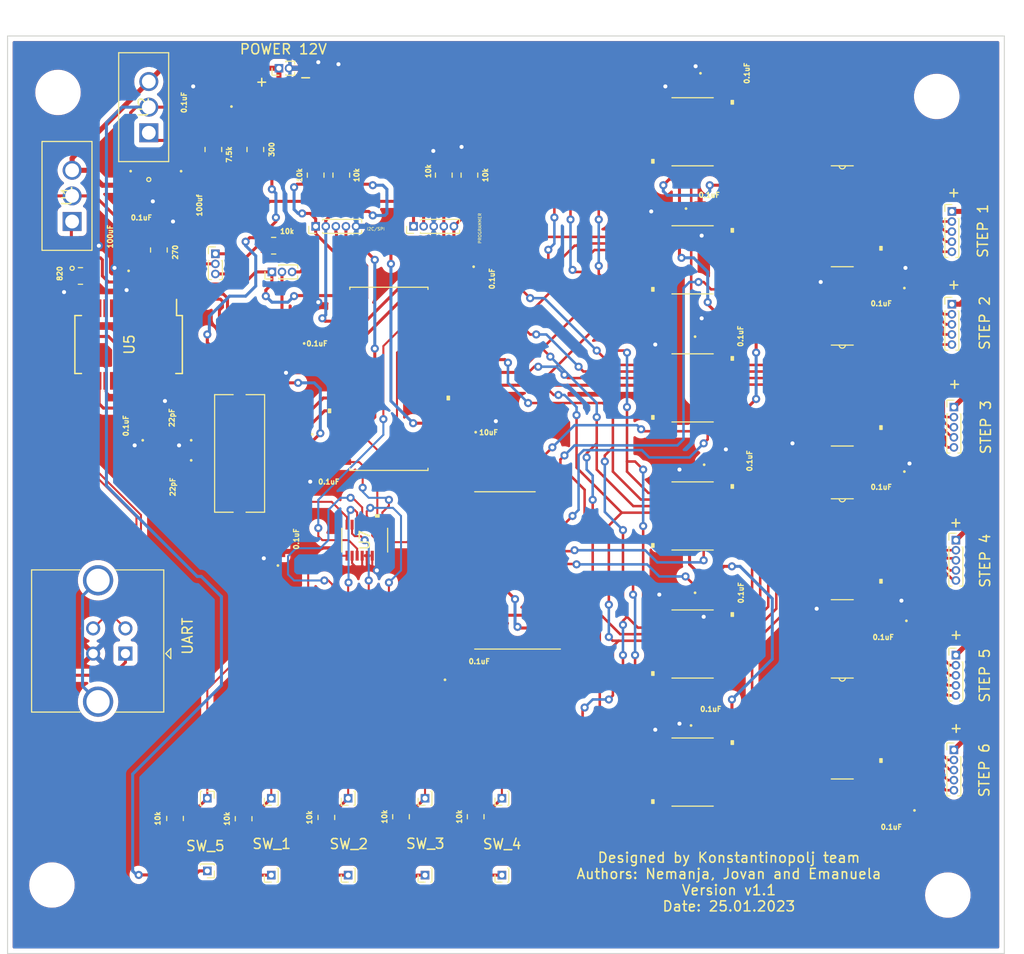
<source format=kicad_pcb>
(kicad_pcb (version 20211014) (generator pcbnew)
  (layers (0 "F.Cu" signal) (31 "B.Cu" mixed) (34 "B.Paste" user) (35 "F.Paste" user) (36 "B.SilkS" user "B.Silkscreen") (37 "F.SilkS" user "F.Silkscreen") (38 "B.Mask" user) (39 "F.Mask" user) (44 "Edge.Cuts" user))
  (net 0 "")
  (net 1 "GND")
  (net 2 "3.3V")
  (net 3 "OSCI")
  (net 4 "OSCO")
  (net 5 "12V")
  (net 6 "Net-(C6-Pad1)")
  (net 7 "Net-(C11-Pad1)")
  (net 8 "Net-(C9-Pad2)")
  (net 9 "Net-(C11-Pad2)")
  (net 10 "SCL")
  (net 11 "MOSI")
  (net 12 "MISO")
  (net 13 "CS")
  (net 14 "PGD")
  (net 15 "PGC")
  (net 16 "5V")
  (net 17 "D-")
  (net 18 "D+")
  (net 19 "Net-(C12-Pad2)")
  (net 20 "O1")
  (net 21 "Y1")
  (net 22 "PI1")
  (net 23 "B1")
  (net 24 "O2")
  (net 25 "Y2")
  (net 26 "PI2")
  (net 27 "B2")
  (net 28 "O3")
  (net 29 "Y3")
  (net 30 "PI3")
  (net 31 "B3")
  (net 32 "O5")
  (net 33 "Y5")
  (net 34 "PI5")
  (net 35 "B5")
  (net 36 "O6")
  (net 37 "Y6")
  (net 38 "PI6")
  (net 39 "B6")
  (net 40 "O4")
  (net 41 "Y4")
  (net 42 "PI4")
  (net 43 "B4")
  (net 44 "Net-(R3-Pad1)")
  (net 45 "P1")
  (net 46 "P2")
  (net 47 "P3")
  (net 48 "P4")
  (net 49 "A2")
  (net 50 "A1")
  (net 51 "A0")
  (net 52 "RX")
  (net 53 "D4")
  (net 54 "D3")
  (net 55 "D2")
  (net 56 "D1")
  (net 74 "E6")
  (net 75 "E5")
  (net 76 "E4")
  (net 77 "E2")
  (net 78 "E3")
  (net 79 "E1")
  (net 84 "Net-(J3-Pad2)")
  (net 85 "Net-(R5-Pad2)")
  (net 86 "Net-(J5-Pad3)")
  (net 87 "unconnected-(J6-Pad5)")
  (net 91 "Net-(J3-Pad1)")
  (net 92 "Q4.1")
  (net 93 "Q3.1")
  (net 94 "Q2.1")
  (net 95 "Q1.1")
  (net 100 "Q4.2")
  (net 101 "Q3.2")
  (net 102 "Q2.2")
  (net 103 "Q1.2")
  (net 108 "Q4.3")
  (net 109 "Q3.3")
  (net 110 "Q2.3")
  (net 111 "Q1.3")
  (net 116 "Q4.4")
  (net 117 "Q3.4")
  (net 118 "Q2.4")
  (net 119 "Q1.4")
  (net 124 "Q4.5")
  (net 125 "Q3.5")
  (net 126 "Q2.5")
  (net 127 "Q1.5")
  (net 132 "Q4.6")
  (net 133 "Q3.6")
  (net 134 "Q2.6")
  (net 135 "Q1.6")
  (net 136 "tx")
  (net 139 "P5")
  (net 141 "M")
  (net 143 "S2")
  (net 144 "S1")
  (net 145 "S0")
  (footprint "Connector_PinHeader_1.00mm:PinHeader_1x01_P1.00mm_Vertical" (layer "F.Cu") (at 74.34 120.22 90)
    (fp_text reference "SW_1")
    (fp_text value "TestPoint_Small")
  )
  (footprint "footprints:08055A220JAT2A" (layer "F.Cu") (at 135.8 113.8 180)
    (fp_text reference "C22" hide)
    (fp_text value "0.1uF")
  )
  (footprint "footprints:08055A220JAT2A" (layer "F.Cu") (at 118.64 92.22)
    (fp_text reference "C17" hide)
    (fp_text value "0.1uF")
  )
  (footprint "ULN2003AIDRj:ULN2003AIDR" (layer "F.Cu") (at 130.9367 54.8801)
    (fp_text reference "U14" hide)
    (fp_text value "ULN2003AIDR" hide)
  )
  (footprint "footprints:08055A220JAT2A" (layer "F.Cu") (at 118.24 105.38)
    (fp_text reference "C18" hide)
    (fp_text value "0.1uF")
  )
  (footprint "footprints:08055A220JAT2A" (layer "F.Cu") (at 135 95 180)
    (fp_text reference "C21" hide)
    (fp_text value "0.1uF")
  )
  (footprint "Connector_PinHeader_1.00mm:PinHeader_1x01_P1.00mm_Vertical" (layer "F.Cu") (at 74.34 112.6 90)
    (fp_text reference "TP1.1" hide)
    (fp_text value "TestPoint_Small" hide)
  )
  (footprint "74LVT573MTCj:74LVT573MTC" (layer "F.Cu") (at 116.1 59.2)
    (fp_text reference "U9" hide)
    (fp_text value "74LVT573MTC" hide)
  )
  (footprint "Connector_PinHeader_1.00mm:PinHeader_1x05_P1.00mm_Vertical" (layer "F.Cu") (at 78.74 55.88 90)
    (fp_text reference "J1" hide)
    (fp_text value "Conn_01x05_Male")
  )
  (footprint "PTMUX1308QDYYRQ1j:PTMUX1308QDYYRQ1" (layer "F.Cu") (at 83.6 87 90)
    (fp_text reference "U7")
    (fp_text value "PTMUX1308QDYYRQ1" hide)
  )
  (footprint "HCJ0805ZT0R00j:HCJ0805ZT0R00" (layer "F.Cu") (at 78.74 50.8 -90)
    (fp_text reference "R1" hide)
    (fp_text value "10k")
  )
  (footprint "74LVT573MTCj:74LVT573MTC" (layer "F.Cu") (at 116.1 84.6)
    (fp_text reference "U11" hide)
    (fp_text value "74LVT573MTC" hide)
  )
  (footprint "footprints:08055A220JAT2A" (layer "F.Cu") (at 66.4 74.8 90)
    (fp_text reference "C3" hide)
    (fp_text value "22pF")
  )
  (footprint "Connector_PinHeader_1.00mm:PinHeader_1x05_P1.00mm_Vertical" (layer "F.Cu") (at 142 107.8)
    (fp_text reference "J11" hide)
    (fp_text value "Conn_01x05_Male")
  )
  (footprint "Package_SO:SSOP-28_5.3x10.2mm_P0.65mm" (layer "F.Cu") (at 60.2 67.6 -90)
    (fp_text reference "U5")
    (fp_text value "FT232RL")
  )
  (footprint "Connector_PinHeader_1.00mm:PinHeader_1x03_P1.00mm_Vertical" (layer "F.Cu") (at 74.4 60.4 90)
    (fp_text reference "J5" hide)
    (fp_text value "Conn_01x03_Male")
  )
  (footprint "HCJ0805ZT0R00j:HCJ0805ZT0R00" (layer "F.Cu") (at 74.5745 57.8)
    (fp_text reference "R7" hide)
    (fp_text value "10k")
  )
  (footprint "Connector_PinHeader_1.00mm:PinHeader_1x05_P1.00mm_Vertical" (layer "F.Cu") (at 142 73.8)
    (fp_text reference "J9" hide)
    (fp_text value "Conn_01x05_Male")
  )
  (footprint "HCJ0805ZT0R00j:HCJ0805ZT0R00" (layer "F.Cu") (at 91.44 50.8 90)
    (fp_text reference "R9" hide)
    (fp_text value "10k")
  )
  (footprint "footprints:08055A220JAT2A" (layer "F.Cu") (at 65.4 52.7011 -90)
    (fp_text reference "C7" hide)
    (fp_text value "100uf")
  )
  (footprint "HCJ0805ZT0R00j:HCJ0805ZT0R00" (layer "F.Cu") (at 93.98 50.8 90)
    (fp_text reference "R8" hide)
    (fp_text value "10k")
  )
  (footprint "footprints:08055A220JAT2A" (layer "F.Cu") (at 93.8511 100.85)
    (fp_text reference "C10" hide)
    (fp_text value "0.1uF")
  )
  (footprint "LM317AT:LM317AT" (layer "F.Cu") (at 62.2 46.6 90)
    (fp_text reference "U2")
    (fp_text value "LM317AT/NOPB" hide)
  )
  (footprint "footprints:08055A220JAT2A" (layer "F.Cu") (at 94.6 74 90)
    (fp_text reference "C12" hide)
    (fp_text value "10uF")
  )
  (footprint "footprints:08055A220JAT2A" (layer "F.Cu") (at 75 87.2233 90)
    (fp_text reference "C13" hide)
    (fp_text value "0.1uF")
  )
  (footprint "ULN2003AIDRj:ULN2003AIDR" (layer "F.Cu") (at 130.9367 87.9001)
    (fp_text reference "U16" hide)
    (fp_text value "ULN2003AIDR" hide)
  )
  (footprint "footprints:08055A220JAT2A" (layer "F.Cu") (at 119.1767 40.7)
    (fp_text reference "C14" hide)
    (fp_text value "0.1uF")
  )
  (footprint "HCJ0805ZT0R00j:HCJ0805ZT0R00" (layer "F.Cu") (at 79.8 114.5001 90)
    (fp_text reference "R11" hide)
    (fp_text value "10k")
  )
  (footprint "Connector_PinHeader_1.00mm:PinHeader_1x01_P1.00mm_Vertical" (layer "F.Cu") (at 97.2 112.6 90)
    (fp_text reference "TP4.1" hide)
    (fp_text value "TestPoint_Small")
  )
  (footprint "Connector_PinHeader_1.00mm:PinHeader_1x03_P1.00mm_Vertical" (layer "F.Cu") (at 68.8 58.6)
    (fp_text reference "J3" hide)
    (fp_text value "Conn_01x03_Male")
  )
  (footprint "Connector_PinHeader_1.00mm:PinHeader_1x01_P1.00mm_Vertical" (layer "F.Cu") (at 81.96 120.22 90)
    (fp_text reference "SW_2")
    (fp_text value "TestPoint_Small")
  )
  (footprint "74LVT573MTCj:74LVT573MTC" (layer "F.Cu") (at 116.1 71.9)
    (fp_text reference "U10" hide)
    (fp_text value "74LVT573MTC" hide)
  )
  (footprint "Connector_PinHeader_1.00mm:PinHeader_1x01_P1.00mm_Vertical" (layer "F.Cu") (at 89.58 120.22 90)
    (fp_text reference "SW_3")
    (fp_text value "TestPoint_Small")
  )
  (footprint "MountingHole:MountingHole_3.5mm" (layer "F.Cu") (at 53.2 42.6)
    (fp_text reference "H1" hide)
    (fp_text value "MountingHole")
  )
  (footprint "footprints:08055A220JAT2A" (layer "F.Cu") (at 66.4 81.3767 -90)
    (fp_text reference "C4" hide)
    (fp_text value "22pF")
  )
  (footprint "CD74HC4514M96j:CD74HC4514M96" (layer "F.Cu") (at 97.5 90 180)
    (fp_text reference "U6" hide)
    (fp_text value "CD74HC4514M96" hide)
  )
  (footprint "Connector_PinHeader_1.00mm:PinHeader_1x05_P1.00mm_Vertical" (layer "F.Cu") (at 141.8 54.4)
    (fp_text reference "J7" hide)
    (fp_text value "Conn_01x05_Male")
  )
  (footprint "Connector_PinHeader_1.00mm:PinHeader_1x01_P1.00mm_Vertical" (layer "F.Cu") (at 68 119.8 180)
    (fp_text reference "SW_5")
    (fp_text value "TestPoint_Small")
  )
  (footprint "footprints:08055A220JAT2A" (layer "F.Cu") (at 60.4 52.6989 -90)
    (fp_text reference "C1" hide)
    (fp_text value "0.1uF")
  )
  (footprint "footprints:08055A220JAT2A" (layer "F.Cu") (at 134.8 80.2 180)
    (fp_text reference "C20" hide)
    (fp_text value "0.1uF")
  )
  (footprint "LM317AT:LM317AT" (layer "F.Cu") (at 54.6 55.4 90)
    (fp_text reference "U1")
    (fp_text value "LM317AT/NOPB" hide)
  )
  (footprint "HCJ0805ZT0R00j:HCJ0805ZT0R00" (layer "F.Cu") (at 55.4255 60.8 180)
    (fp_text reference "R4" hide)
    (fp_text value "820")
  )
  (footprint "Connector_PinHeader_1.00mm:PinHeader_1x01_P1.00mm_Vertical" (layer "F.Cu") (at 81.96 112.6 90)
    (fp_text reference "TP2.1" hide)
    (fp_text value "TestPoint_Small")
  )
  (footprint "Connector_PinHeader_1.00mm:PinHeader_1x01_P1.00mm_Vertical" (layer "F.Cu") (at 68 112.6 -90)
    (fp_text reference "TP5.1" hide)
    (fp_text value "TestPoint_Small")
  )
  (footprint "74LVT573MTCj:74LVT573MTC" (layer "F.Cu") (at 116.1 110)
    (fp_text reference "U13" hide)
    (fp_text value "74LVT573MTC" hide)
  )
  (footprint "Connector_PinHeader_1.00mm:PinHeader_1x01_P1.00mm_Vertical" (layer "F.Cu") (at 97.2 120.22 90)
    (fp_text reference "SW_4")
    (fp_text value "TestPoint_Small")
  )
  (footprint "MountingHole:MountingHole_3.5mm" (layer "F.Cu") (at 140.3 43)
    (fp_text reference "H2" hide)
    (fp_text value "MountingHole")
  )
  (footprint "footprints:08055A220JAT2A" (layer "F.Cu") (at 94.4 62.1767 -90)
    (fp_text reference "C11" hide)
    (fp_text value "0.1uF")
  )
  (footprint "HCJ0805ZT0R00j:HCJ0805ZT0R00" (layer "F.Cu") (at 72.7599 48.26 90)
    (fp_text reference "R5" hide)
    (fp_text value "300")
  )
  (footprint "74LVT573MTCj:74LVT573MTC" (layer "F.Cu") (at 116.1 97.3)
    (fp_text reference "U12" hide)
    (fp_text value "74LVT573MTC" hide)
  )
  (footprint "footprints:08055A220JAT2A" (layer "F.Cu") (at 118.64 66.82)
    (fp_text reference "C16" hide)
    (fp_text value "0.1uF")
  )
  (footprint "footprints:08055A220JAT2A" (layer "F.Cu") (at 60.2 58 90)
    (fp_text reference "C2" hide)
    (fp_text value "100uF")
  )
  (footprint "footprints:08055A220JAT2A" (layer "F.Cu") (at 117.7411 54.12)
    (fp_text reference "C15" hide)
    (fp_text value "0.1uF")
  )
  (footprint "MountingHole:MountingHole_3.5mm" (layer "F.Cu") (at 52.6 121.2)
    (fp_text reference "H4" hide)
    (fp_text value "MountingHole")
  )
  (footprint "HCJ0805ZT0R00j:HCJ0805ZT0R00" (layer "F.Cu") (at 68.6 48.26 -90)
    (fp_text reference "R6" hide)
    (fp_text value "7.5k")
  )
  (footprint "Connector_USB:USB_B_TE_5787834_Vertical" (layer "F.Cu") (at 59.8825 98.25 -90)
    (fp_text reference "UART")
    (fp_text value "USB_B")
  )
  (footprint "HCJ0805ZT0R00j:HCJ0805ZT0R00" (layer "F.Cu") (at 81.28 50.8 -90)
    (fp_text reference "R2" hide)
    (fp_text value "10k")
  )
  (footprint "PIC24FJ64GA702-ISO:PIC24FJ64GA702-I&slash_SO" (layer "F.Cu") (at 86 71)
    (fp_text reference "U3" hide)
    (fp_text value "PIC24FJ64GA702-I/SO" hide)
  )
  (footprint "Connector_PinHeader_1.00mm:PinHeader_1x05_P1.00mm_Vertical" (layer "F.Cu") (at 142.2 87)
    (fp_text reference "J12" hide)
    (fp_text value "Conn_01x05_Male")
  )
  (footprint "footprints:08055A220JAT2A" (layer "F.Cu") (at 134.8 62 180)
    (fp_text reference "C19" hide)
    (fp_text value "0.1uF")
  )
  (footprint "MountingHole:MountingHole_3.5mm" (layer "F.Cu") (at 141.4 122.2)
    (fp_text reference "H3" hide)
    (fp_text value "MountingHole")
  )
  (footprint "HCJ0805ZT0R00j:HCJ0805ZT0R00" (layer "F.Cu") (at 87.2 114.4255 90)
    (fp_text reference "R12" hide)
    (fp_text value "10k")
  )
  (footprint "74LVT573MTCj:74LVT573MTC" (layer "F.Cu") (at 116.1 46.5)
    (fp_text reference "U8" hide)
    (fp_text value "74LVT573MTC" hide)
  )
  (footprint "Connector_PinHeader_1.00mm:PinHeader_1x02_P1.00mm_Vertical" (layer "F.Cu") (at 75.1 40.2 90)
    (fp_text reference "POWER 12V")
    (fp_text value "Conn_01x02_Male")
  )
  (footprint "HCJ0805ZT0R00j:HCJ0805ZT0R00" (layer "F.Cu") (at 71.6 114.6255 90)
    (fp_text reference "R10" hide)
    (fp_text value "10k")
  )
  (footprint "Connector_PinHeader_1.00mm:PinHeader_1x05_P1.00mm_Vertical" (layer "F.Cu") (at 141.8 63.6)
    (fp_text reference "J8" hide)
    (fp_text value "Conn_01x05_Male")
  )
  (footprint "footprints:08055A220JAT2A" (layer "F.Cu") (at 61.6 74.8 90)
    (fp_text reference "C9" hide)
    (fp_text value "0.1uF")
  )
  (footprint "HCJ0805ZT0R00j:HCJ0805ZT0R00" (layer "F.Cu") (at 64.8 114.6 90)
    (fp_text reference "R14" hide)
    (fp_text value "10k")
  )
  (footprint "Connector_PinHeader_1.00mm:PinHeader_1x05_P1.00mm_Vertical" (layer "F.Cu") (at 142.2 98.4)
    (fp_text reference "J10" hide)
    (fp_text value "Conn_01x05_Male")
  )
  (footprint "ABLS-8:ABLS-8.000MHZ-B2-T" (layer "F.Cu") (at 71.2 78.4 -90)
    (fp_text reference "U4" hide)
    (fp_text value "ABLS-8.000MHZ-B2-T" hide)
  )
  (footprint "HCJ0805ZT0R00j:HCJ0805ZT0R00" (layer "F.Cu") (at 63.2 58.2255 90)
    (fp_text reference "R3" hide)
    (fp_text value "270")
  )
  (footprint "footprints:08055A220JAT2A" (layer "F.Cu") (at 78.4 78.8 -90)
    (fp_text reference "C5" hide)
    (fp_text value "0.1uF")
  )
  (footprint "footprints:08055A220JAT2A" (layer "F.Cu") (at 119.5389 79.52)
    (fp_text reference "0.1uF1" hide)
    (fp_text value "0.1uF")
  )
  (footprint "Connector_PinHeader_1.00mm:PinHeader_1x01_P1.00mm_Vertical" (layer "F.Cu") (at 89.58 112.6 90)
    (fp_text reference "TP3.1" hide)
    (fp_text value "TestPoint_Small")
  )
  (footprint "footprints:08055A220JAT2A" (layer "F.Cu") (at 77.6 65.2 90)
    (fp_text reference "C6" hide)
    (fp_text value "0.1uF")
  )
  (footprint "HCJ0805ZT0R00j:HCJ0805ZT0R00" (layer "F.Cu") (at 94.6 114.4255 90)
    (fp_text reference "R13" hide)
    (fp_text value "10k")
  )
  (footprint "Connector_PinHeader_1.00mm:PinHeader_1x05_P1.00mm_Vertical" (layer "F.Cu") (at 88.44 55.88 90)
    (fp_text reference "J4" hide)
    (fp_text value "Conn_01x05_Male")
  )
  (footprint "ULN2003AIDRj:ULN2003AIDR" (layer "F.Cu") (at 130.9367 72.6601)
    (fp_text reference "U15" hide)
    (fp_text value "ULN2003AIDR" hide)
  )
  (footprint "ULN2003AIDRj:ULN2003AIDR" (layer "F.Cu") (at 130.9367 105.6801)
    (fp_text reference "U17" hide)
    (fp_text value "ULN2003AIDR" hide)
  )
  (footprint "footprints:08055A220JAT2A" (layer "F.Cu") (at 68.1011 44 180)
    (fp_text reference "C8" hide)
    (fp_text value "0.1uF")
  )
  (gr_line (start 147 128) (end 48.2 128) (layer "Edge.Cuts") (width 0.1))
  (gr_line (start 147 37) (end 147 128) (layer "Edge.Cuts") (width 0.1))
  (gr_line (start 48.2 128) (end 48.2 37) (layer "Edge.Cuts") (width 0.1))
  (gr_line (start 48.2 37) (end 147 37) (layer "Edge.Cuts") (width 0.1))
  (gr_text "+" (at 73.395191 41.507034) (layer "F.SilkS") (effects (font (size 1 1))))
  (gr_text "Designed by Konstantinopolj team\nAuthors: Nemanja, Jovan and Emanuela\nVersion v1.1\nDate: 25.01.2023" (at 119.701475 120.902037) (layer "F.SilkS") (effects (font (size 1 1))))
  (gr_text "STEP 6" (at 145.018919 109.811885 90) (layer "F.SilkS") (effects (font (size 1 1))))
  (gr_text "-" (at 77.744702 41.070466) (layer "F.SilkS") (effects (font (size 1 1))))
  (gr_text "STEP 4" (at 145.09168 89.038528 90) (layer "F.SilkS") (effects (font (size 1 1))))
  (gr_text "STEP 3" (at 145.164441 75.795967 90) (layer "F.SilkS") (effects (font (size 1 1))))
  (gr_text "+" (at 141.924543 61.696921 90) (layer "F.SilkS") (effects (font (size 1 1))))
  (gr_text "+" (at 142.124211 85.291668 90) (layer "F.SilkS") (effects (font (size 1 1))))
  (gr_text "PROGRAMMER" (at 95.014827 56.07403 90) (layer "F.SilkS") (effects (font (size 0.3 0.3) (thickness 0.05))))
  (gr_text "STEP 2\n" (at 145.055299 65.463859 90) (layer "F.SilkS") (effects (font (size 1 1))))
  (gr_text "+" (at 142 71.548385 90) (layer "F.SilkS") (effects (font (size 1 1))))
  (gr_text "+" (at 142.145769 96.422984 90) (layer "F.SilkS") (effects (font (size 1 1))))
  (gr_text "I2C/SPI" (at 84.698888 56.138706) (layer "F.SilkS") (effects (font (size 0.3 0.3) (thickness 0.05))))
  (gr_text "STEP 1" (at 144.873396 56.332313 90) (layer "F.SilkS") (effects (font (size 1 1))))
  (gr_text "STEP 5" (at 145.055299 100.425675 90) (layer "F.SilkS") (effects (font (size 1 1))))
  (gr_text "+" (at 141.916616 52.568194 90) (layer "F.SilkS") (effects (font (size 1 1))))
  (gr_text "+" (at 142.15535 105.686693 90) (layer "F.SilkS") (effects (font (size 1 1))))
  (segment (start 61.6 76.8) (end 60.8 77.6) (width 0.3) (layer "F.Cu") (net 1))
  (segment (start 82.349685 88.540251) (end 82.349685 89.277696) (width 0.2) (layer "F.Cu") (net 1))
  (segment (start 67.2022 44) (end 67.2022 42.6022) (width 0.5) (layer "F.Cu") (net 1))
  (segment (start 128.5745 61.1745) (end 128.8 61.4) (width 0.3) (layer "F.Cu") (net 1))
  (segment (start 62.4022 53.5978) (end 62.6 53.4) (width 0.3) (layer "F.Cu") (net 1))
  (segment (start 136.8 80.2) (end 137.6 79.4) (width 0.3) (layer "F.Cu") (net 1))
  (segment (start 78.0989 64.3011) (end 79 63.4) (width 0.3) (layer "F.Cu") (net 1))
  (segment (start 54.7256 62.4) (end 53.8 62.4) (width 0.3) (layer "F.Cu") (net 1))
  (segment (start 75 88.1222) (end 74.2778 88.1222) (width 0.3) (layer "F.Cu") (net 1))
  (segment (start 62.475 72.475) (end 62.6 72.6) (width 0.2) (layer "F.Cu") (net 1))
  (segment (start 78.4 81) (end 78.2 81.2) (width 0.3) (layer "F.Cu") (net 1))
  (segment (start 135.8989 93.9011) (end 136.8 93) (width 0.3) (layer "F.Cu") (net 1))
  (segment (start 83.8 90) (end 84.8 90) (width 0.2) (layer "F.Cu") (net 1))
  (segment (start 117.1 40.7) (end 116.4 40) (width 0.3) (layer "F.Cu") (net 1))
  (segment (start 85.350441 88.540251) (end 85.350441 89.449559) (width 0.2) (layer "F.Cu") (net 1))
  (segment (start 76.1 40.2) (end 78.4 40.2) (width 0.5) (layer "F.Cu") (net 1))
  (segment (start 114.98 105.38) (end 114.8 105.2) (width 0.3) (layer "F.Cu") (net 1))
  (segment (start 84.350189 88.540251) (end 84.350189 89.550189) (width 0.2) (layer "F.Cu") (net 1))
  (segment (start 93.8761 74.175) (end 94.6 74.8989) (width 0.3) (layer "F.Cu") (net 1))
  (segment (start 118.64 79.52) (end 118.64 78.76) (width 0.3) (layer "F.Cu") (net 1))
  (segment (start 113.2044 94.375) (end 113.2044 92.8044) (width 0.3) (layer "F.Cu") (net 1))
  (segment (start 128.5745 59.3251) (end 128.5745 61.1745) (width 0.3) (layer "F.Cu") (net 1))
  (segment (start 62.475 71.2) (end 62.475 72.475) (width 0.2) (layer "F.Cu") (net 1))
  (segment (start 83.299874 89.6) (end 83.349937 89.549937) (width 0.2) (layer "F.Cu") (net 1))
  (segment (start 63.05 72.6) (end 63.125 72.525) (width 0.2) (layer "F.Cu") (net 1))
  (segment (start 113.2044 106.6044) (end 112.4 105.8) (width 0.3) (layer "F.Cu") (net 1))
  (segment (start 126.2949 77.1051) (end 126 77.4) (width 0.3) (layer "F.Cu") (net 1))
  (segment (start 85.350441 89.449559) (end 84.8 90) (width 0.2) (layer "F.Cu") (net 1))
  (segment (start 65.4 54.6) (end 64.6 55.4) (width 0.3) (layer "F.Cu") (net 1))
  (segment (start 63.125 71.2) (end 63.125 72.525) (width 0.2) (layer "F.Cu") (net 1))
  (segment (start 93.98 49.8999) (end 93.98 48.78) (width 0.2) (layer "F.Cu") (net 1))
  (segment (start 82.349685 89.277696) (end 82.671989 89.6) (width 0.2) (layer "F.Cu") (net 1))
  (segment (start 117.7411 92.22) (end 117.7411 94.0589) (width 0.3) (layer "F.Cu") (net 1))
  (segment (start 94.6 74.8989) (end 96.2989 74.8989) (width 0.3) (layer "F.Cu") (net 1))
  (segment (start 118.64 78.76) (end 119.4 78) (width 0.3) (layer "F.Cu") (net 1))
  (segment (start 128.5745 93.6255) (end 128.4 93.8) (width 0.3) (layer "F.Cu") (net 1))
  (segment (start 78.4 79.6989) (end 78.4 81) (width 0.3) (layer "F.Cu") (net 1))
  (segment (start 93.98 48.78) (end 93.2 48) (width 0.2) (layer "F.Cu") (net 1))
  (segment (start 81.373649 71.635) (end 80.035 71.635) (width 0.3) (layer "F.Cu") (net 1))
  (segment (start 113.2044 81.5956) (end 114.8 80) (width 0.3) (layer "F.Cu") (net 1))
  (segment (start 83.349937 89.549937) (end 83.8 90) (width 0.2) (layer "F.Cu") (net 1))
  (segment (start 63.125 72.525) (end 63.8 73.2) (width 0.2) (layer "F.Cu") (net 1))
  (segment (start 113.2044 92.8044) (end 112.8 92.4) (width 0.3) (layer "F.Cu") (net 1))
  (segment (start 135.6989 80.2) (end 136.8 80.2) (width 0.3) (layer "F.Cu") (net 1))
  (segment (start 74.2778 88.1222) (end 73.6 88.8) (width 0.3) (layer "F.Cu") (net 1))
  (segment (start 113.2044 55.6044) (end 112 54.4) (width 0.3) (layer "F.Cu") (net 1))
  (segment (start 61.6 75.6989) (end 61.6 76.8) (width 0.3) (layer "F.Cu") (net 1))
  (segment (start 62.475 72.475) (end 60.075 72.475) (width 0.2) (layer "F.Cu") (net 1))
  (segment (start 135.6989 61.5011) (end 137.2 60) (width 0.3) (layer "F.Cu") (net 1))
  (segment (start 78.8 70.4) (end 75.8 70.4) (width 0.3) (layer "F.Cu") (net 1))
  (segment (start 59.95 72.6) (end 58.275978 72.6) (width 0.2) (layer "F.Cu") (net 1))
  (segment (start 60.2 58.8989) (end 59.9011 58.8989) (width 0.3) (layer "F.Cu") (net 1))
  (segment (start 113.2044 81.675) (end 113.2044 81.5956) (width 0.3) (layer "F.Cu") (net 1))
  (segment (start 84.6 90) (end 84.8 90) (width 0.2) (layer "F.Cu") (net 1))
  (segment (start 79 70.6) (end 78.8 70.4) (width 0.3) (layer "F.Cu") (net 1))
  (segment (start 77.6 64.3011) (end 78.0989 64.3011) (width 0.3) (layer "F.Cu") (net 1))
  (segment (start 58.275978 72.6) (end 57.925 72.249022) (width 0.2) (layer "F.Cu") (net 1))
  (segment (start 96.2989 74.8989) (end 96.6 75.2) (width 0.3) (layer "F.Cu") (net 1))
  (segment (start 113.2044 68.975) (end 113.2044 68.4044) (width 0.3) (layer "F.Cu") (net 1))
  (segment (start 60.075 72.475) (end 59.875 72.275) (width 0.2) (layer "F.Cu") (net 1))
  (segment (start 57.925 72.249022) (end 57.925 71.2) (width 0.2) (layer "F.Cu") (net 1))
  (segment (start 60.525 64) (end 60.525 62.725) (width 0.3) (layer "F.Cu") (net 1))
  (segment (start 83.850063 89.250063) (end 84.6 90) (width 0.2) (layer "F.Cu") (net 1))
  (segment (start 117.7411 94.0589) (end 117.2 94.6) (width 0.3) (layer "F.Cu") (net 1))
  (segment (start 113.2044 107.075) (end 113.2044 106.6044) (width 0.3) (layer "F.Cu") (net 1))
  (segment (start 135.8989 95) (end 135.8989 93.9011) (width 0.3) (layer "F.Cu") (net 1))
  (segment (start 82.671989 89.6) (end 83.299874 89.6) (width 0.2) (layer "F.Cu") (net 1))
  (segment (start 91.44 49.44) (end 90.4 48.4) (width 0.2) (layer "F.Cu") (net 1))
  (segment (start 56.3256 60.8) (end 54.7256 62.4) (width 0.3) (layer "F.Cu") (net 1))
  (segment (start 113.2044 68.4044) (end 112.4 67.6) (width 0.3) (layer "F.Cu") (net 1))
  (segment (start 65.4 53.6) (end 65.4 54.6) (width 0.3) (layer "F.Cu") (net 1))
  (segment (start 117.7411 66.82) (end 117.7411 65.7411) (width 0.3) (layer "F.Cu") (net 1))
  (segment (start 83.850063 88.540251) (end 83.850063 89.250063) (width 0.2) (layer "F.Cu") (net 1))
  (segment (start 135.6989 62) (end 135.6989 61.5011) (width 0.3) (layer "F.Cu") (net 1))
  (segment (start 117.7411 65.7411) (end 117 65) (width 0.3) (layer "F.Cu") (net 1))
  (segment (start 62.6 72.6) (end 63.05 72.6) (width 0.2) (layer "F.Cu") (net 1))
  (segment (start 66.4 75.6989) (end 66.4 76.4) (width 0.3) (layer "F.Cu") (net 1))
  (segment (start 59.9011 58.8989) (end 58.8 60) (width 0.3) (layer "F.Cu") (net 1))
  (segment (start 60.075 72.475) (end 59.95 72.6) (width 0.2) (layer "F.Cu") (net 1))
  (segment (start 128.5745 92.3451) (end 128.5745 93.6255) (width 0.3) (layer "F.Cu") (net 1))
  (segment (start 60.2 58.8989) (end 58.3494 58.8989) (width 0.3) (layer "F.Cu") (net 1))
  (segment (start 66.4 76.4) (end 65.2 77.6) (width 0.3) (layer "F.Cu") (net 1))
  (segment (start 116.8422 54.12) (end 116.8422 56.6422) (width 0.3) (layer "F.Cu") (net 1))
  (segment (start 113.2044 42.1956) (end 113.4 42) (width 0.3) (layer "F.Cu") (net 1))
  (segment (start 83.349937 88.540251) (end 83.349937 89.549937) (width 0.2) (layer "F.Cu") (net 1))
  (segment (start 113.2044 56.275) (end 113.2044 55.6044) (width 0.3) (layer "F.Cu") (net 1))
  (segment (start 58.3494 58.8989) (end 57.2505 57.8) (width 0.3) (layer "F.Cu") (net 1))
  (segment (start 90.626351 74.175) (end 93.8761 74.175) (width 0.3) (layer "F.Cu") (net 1))
  (segment (start 78.4 40.2) (end 79 39.6) (width 0.5) (layer "F.Cu") (net 1))
  (segment (start 113.2044 43.575) (end 113.2044 42.1956) (width 0.3) (layer "F.Cu") (net 1))
  (segment (start 128.5745 77.1051) (end 126.2949 77.1051) (width 0.3) (layer "F.Cu") (net 1))
  (segment (start 118.2778 40.7) (end 117.1 40.7) (width 0.3) (layer "F.Cu") (net 1))
  (segment (start 80.035 71.635) (end 79 70.6) (width 0.3) (layer "F.Cu") (net 1))
  (segment (start 60.4 53.5978) (end 62.4022 53.5978) (width 0.3) (layer "F.Cu") (net 1))
  (segment (start 117.3411 105.38) (end 114.98 105.38) (width 0.3) (layer "F.Cu") (net 1))
  (segment (start 84.350189 89.550189) (end 84.8 90) (width 0.2) (layer "F.Cu") (net 1))
  (segment (start 91.44 49.8999) (end 91.44 49.44) (width 0.2) (layer "F.Cu") (net 1))
  (segment (start 116.8422 56.6422) (end 117 56.8) (width 0.3) (layer "F.Cu") (net 1))
  (segment (start 67.2022 42.6022) (end 66.6 42) (width 0.5) (layer "F.Cu") (net 1))
  (segment (start 60.525 62.725) (end 60 62.2) (width 0.3) (layer "F.Cu") (net 1))
  (segment (start 59.875 72.275) (end 59.875 71.2) (width 0.2) (layer "F.Cu") (net 1))
  (via (at 84.8 90) (size 0.8) (drill 0.4) (layers "F.Cu" "B.Cu") (net 1))
  (via (at 128.8 61.4) (size 0.8) (drill 0.4) (layers "F.Cu" "B.Cu") (net 1))
  (via (at 119.4 78) (size 0.8) (drill 0.4) (layers "F.Cu" "B.Cu") (net 1))
  (via (at 117.2 94.6) (size 0.8) (drill 0.4) (layers "F.Cu" "B.Cu") (net 1))
  (via (at 128.4 93.8) (size 0.8) (drill 0.4) (layers "F.Cu" "B.Cu") (net 1))
  (via (at 57.2505 57.8) (size 0.8) (drill 0.4) (layers "F.Cu" "B.Cu") (net 1))
  (via (at 93.2 48) (size 0.8) (drill 0.4) (layers "F.Cu" "B.Cu") (net 1))
  (via (at 113.4 42) (size 0.8) (drill 0.4) (layers "F.Cu" "B.Cu") (net 1))
  (via (at 78.2 81.2) (size 0.8) (drill 0.4) (layers "F.Cu" "B.Cu") (net 1))
  (via (at 81 39.8) (size 0.8) (drill 0.4) (layers "F.Cu" "B.Cu") (net 1))
  (via (at 114.8 105.2) (size 0.8) (drill 0.4) (layers "F.Cu" "B.Cu") (net 1))
  (via (at 60.8 77.6) (size 0.8) (drill 0.4) (layers "F.Cu" "B.Cu") (net 1))
  (via (at 117 56.8) (size 0.8) (drill 0.4) (layers "F.Cu" "B.Cu") (net 1))
  (via (at 112.8 92.4) (size 0.8) (drill 0.4) (layers "F.Cu" "B.Cu") (net 1))
  (via (at 60 62.2) (size 0.8) (drill 0.4) (layers "F.Cu" "B.Cu") (net 1))
  (via (at 79 39.6) (size 0.8) (drill 0.4) (layers "F.Cu" "B.Cu") (net 1))
  (via (at 64.6 55.4) (size 0.8) (drill 0.4) (layers "F.Cu" "B.Cu") (net 1))
  (via (at 90.4 48.4) (size 0.8) (drill 0.4) (layers "F.Cu" "B.Cu") (net 1))
  (via (at 116.4 40) (size 0.8) (drill 0.4) (layers "F.Cu" "B.Cu") (net 1))
  (via (at 65.2 77.6) (size 0.8) (drill 0.4) (layers "F.Cu" "B.Cu") (net 1))
  (via (at 137.2 60) (size 0.8) (drill 0.4) (layers "F.Cu" "B.Cu") (net 1))
  (via (at 75.8 70.4) (size 0.8) (drill 0.4) (layers "F.Cu" "B.Cu") (net 1))
  (via (at 136.8 93) (size 0.8) (drill 0.4) (layers "F.Cu" "B.Cu") (net 1))
  (via (at 137.6 79.4) (size 0.8) (drill 0.4) (layers "F.Cu" "B.Cu") (net 1))
  (via (at 112.4 105.8) (size 0.8) (drill 0.4) (layers "F.Cu" "B.Cu") (net 1))
  (via (at 79 63.4) (size 0.8) (drill 0.4) (layers "F.Cu" "B.Cu") (net 1))
  (via (at 114.8 80) (size 0.8) (drill 0.4) (layers "F.Cu" "B.Cu") (net 1))
  (via (at 96.6 75.2) (size 0.8) (drill 0.4) (layers "F.Cu" "B.Cu") (net 1))
  (via (at 112.4 67.6) (size 0.8) (drill 0.4) (layers "F.Cu" "B.Cu") (net 1))
  (via (at 117 65) (size 0.8) (drill 0.4) (layers "F.Cu" "B.Cu") (net 1))
  (via (at 58.8 60) (size 0.8) (drill 0.4) (layers "F.Cu" "B.Cu") (net 1))
  (via (at 73.6 88.8) (size 0.8) (drill 0.4) (layers "F.Cu" "B.Cu") (net 1))
  (via (at 62.6 53.4) (size 0.8) (drill 0.4) (layers "F.Cu" "B.Cu") (net 1))
  (via (at 66.6 42) (size 0.8) (drill 0.4) (layers "F.Cu" "B.Cu") (net 1))
  (via (at 53.8 62.4) (size 0.8) (drill 0.4) (layers "F.Cu" "B.Cu") (net 1))
  (via (at 112 54.4) (size 0.8) (drill 0.4) (layers "F.Cu" "B.Cu") (net 1))
  (via (at 126 77.4) (size 0.8) (drill 0.4) (layers "F.Cu" "B.Cu") (net 1))
  (via (at 63.8 73.2) (size 0.8) (drill 0.4) (layers "F.Cu" "B.Cu") (net 1))
  (segment (start 80.8 39.6) (end 81 39.8) (width 0.5) (layer "B.Cu") (net 1))
  (segment (start 79 39.6) (end 80.8 39.6) (width 0.5) (layer "B.Cu") (net 1))
  (segment (start 81.849559 84.722304) (end 80.327255 83.2) (width 0.2) (layer "F.Cu") (net 2))
  (segment (start 73.6744 57.8) (end 73 57.8) (width 0.3) (layer "F.Cu") (net 2))
  (segment (start 66.9978 51.8022) (end 68.6 50.2) (width 0.3) (layer "F.Cu") (net 2))
  (segment (start 67.2 119.8) (end 68 119.8) (width 0.3) (layer "F.Cu") (net 2))
  (segment (start 119.8 52.8) (end 119.8 53.6) (width 0.3) (layer "F.Cu") (net 2))
  (segment (start 81.289749 77.9011) (end 81.373649 77.985) (width 0.3) (layer "F.Cu") (net 2))
  (segment (start 119.218878 76.9622) (end 117 79.181078) (width 0.3) (layer "F.Cu") (net 2))
  (segment (start 117.6 63.4) (end 117.6 63.6) (width 0.3) (layer "F.Cu") (net 2))
  (segment (start 75.3001 49.8999) (end 78.74 49.8999) (width 0.3) (layer "F.Cu") (net 2))
  (segment (start 75 86.3244) (end 75 85.6) (width 0.2) (layer "F.Cu") (net 2))
  (segment (start 119.5389 65.5389) (end 119.5389 66.82) (width 0.3) (layer "F.Cu") (net 2))
  (segment (start 59.8 48) (end 59.8 45.8) (width 0.3) (layer "F.Cu") (net 2))
  (segment (start 60.4 45.2) (end 60.4 44.6) (width 0.3) (layer "F.Cu") (net 2))
  (segment (start 119.28 54.12) (end 118.64 54.12) (width 0.3) (layer "F.Cu") (net 2))
  (segment (start 118.3 64.3) (end 119.5389 65.5389) (width 0.3) (layer "F.Cu") (net 2))
  (segment (start 87.2 121.8) (end 78.6 121.8) (width 0.3) (layer "F.Cu") (net 2))
  (segment (start 92.9522 101.3522) (end 92.9522 100.85) (width 0.3) (layer "F.Cu") (net 2))
  (segment (start 100.8 123) (end 102.4 121.4) (width 0.3) (layer "F.Cu") (net 2))
  (segment (start 74.2 71.4) (end 71.2 68.4) (width 0.3) (layer "F.Cu") (net 2))
  (segment (start 69.2 50.8) (end 68.6 50.2) (width 0.3) (layer "F.Cu") (net 2))
  (segment (start 119 90.6) (end 119.5389 91.1389) (width 0.3) (layer "F.Cu") (net 2))
  (segment (start 59.8 45.8) (end 60.4 45.2) (width 0.3) (layer "F.Cu") (net 2))
  (segment (start 94.4 123) (end 100.8 123) (width 0.3) (layer "F.Cu") (net 2))
  (segment (start 92.9522 97.187198) (end 92.750002 96.985) (width 0.3) (layer "F.Cu") (net 2))
  (segment (start 87.6 122.2) (end 87.2 121.8) (width 0.3) (layer "F.Cu") (net 2))
  (segment (start 117.6 63.6) (end 118.3 64.3) (width 0.3) (layer "F.Cu") (net 2))
  (segment (start 120 104.5189) (end 119.1389 105.38) (width 0.3) (layer "F.Cu") (net 2))
  (segment (start 117 79.181078) (end 117 86) (width 0.3) (layer "F.Cu") (net 2))
  (segment (start 114.8 51.2) (end 114.8 58) (width 0.3) (layer "F.Cu") (net 2))
  (segment (start 115.8 87.2) (end 115.8 89.4) (width 0.3) (layer "F.Cu") (net 2))
  (segment (start 68.6 50.2) (end 68.6 49.1601) (width 0.3) (layer "F.Cu") (net 2))
  (segment (start 117 90.6) (end 118.2 90.6) (width 0.3) (layer "F.Cu") (net 2))
  (segment (start 116.2 44.6) (end 116.2 48.6) (width 0.3) (layer "F.Cu") (net 2))
  (segment (start 60.4 44.6) (end 60.94 44.06) (width 0.3) (layer "F.Cu") (net 2))
  (segment (start 118.9956 54.4756) (end 118.64 54.12) (width 0.3) (layer "F.Cu") (net 2))
  (segment (start 118.9956 105.5233) (end 119.1389 105.38) (width 0.3) (layer "F.Cu") (net 2))
  (segment (start 81.849559 85.459749) (end 81.849559 84.722304) (width 0.2) (layer "F.Cu") (net 2))
  (segment (start 61.2 120.2) (end 66.8 120.2) (width 0.3) (layer "F.Cu") (net 2))
  (segment (start 81.96 120.22) (end 80.18 120.22) (width 0.3) (layer "F.Cu") (net 2))
  (segment (start 68 67.4) (end 68 67.2) (width 0.3) (layer "F.Cu") (net 2))
  (segment (start 117 86) (end 115.8 87.2) (width 0.3) (layer "F.Cu") (net 2))
  (segment (start 74.4 50.8) (end 69.2 50.8) (width 0.3) (layer "F.Cu") (net 2))
  (segment (start 78.4 77.9011) (end 81.289749 77.9011) (width 0.3) (layer "F.Cu") (net 2))
  (segment (start 121.3 64.3) (end 122.2 65.2) (width 0.3) (layer "F.Cu") (net 2))
  (segment (start 114.8 58) (end 114.8 58.8) (width 0.3) (layer "F.Cu") (net 2))
  (segment (start 119.5389 91.1389) (end 119.5389 92.22) (width 0.3) (layer "F.Cu") (net 2))
  (segment (start 117.2 42.4) (end 118.375002 43.575002) (width 0.3) (layer "F.Cu") (net 2))
  (segment (start 118.8 51.8) (end 119.8 52.8) (width 0.3) (layer "F.Cu") (net 2))
  (segment (start 74.4 52.2) (end 74.4 50.8) (width 0.3) (layer "F.Cu") (net 2))
  (segment (start 70.8 68) (end 68.6 68) (width 0.3) (layer "F.Cu") (net 2))
  (segment (start 118.2 90.6) (end 119.2 89.6) (width 0.3) (layer "F.Cu") (net 2))
  (segment (start 81.28 49.8999) (end 78.74 49.8999) (width 0.3) (layer "F.Cu") (net 2))
  (segment (start 78.4 77.2) (end 79.2 76.4) (width 0.3) (layer "F.Cu") (net 2))
  (segment (start 95.58 120.22) (end 93.6 122.2) (width 0.3) (layer "F.Cu") (net 2))
  (segment (start 122.2 65.2) (end 122.4 65.4) (width 0.3) (layer "F.Cu") (net 2))
  (segment (start 119.5389 92.22) (end 119.5389 93.831702) (width 0.3) (layer "F.Cu") (net 2))
  (segment (start 71.8 57.4) (end 72.2 57) (width 0.3) (layer "F.Cu") (net 2))
  (segment (start 73.6744 57.8) (end 73.6744 56.5256) (width 0.3) (layer "F.Cu") (net 2))
  (segment (start 115 49.8) (end 114.8 50) (width 0.3) (layer "F.Cu") (net 2))
  (segment (start 118.9956 68.975002) (end 118.9956 67.3633) (width 0.3) (layer "F.Cu") (net 2))
  (segment (start 114.8 58.8) (end 115 59) (width 0.3) (layer "F.Cu") (net 2))
  (segment (start 87.4999 49.8999) (end 81.28 49.8999) (width 0.3) (layer "F.Cu") (net 2))
  (segment (start 60.9601 49.1601) (end 59.8 48) (width 0.3) (layer "F.Cu") (net 2))
  (segment (start 89.44 51.84) (end 87.4999 49.8999) (width 0.3) (layer "F.Cu") (net 2))
  (segment (start 66.8 121.4) (end 66.6 121.2) (width 0.3) (layer "F.Cu") (net 2))
  (segment (start 93.6 122.2) (end 87.6 122.2) (width 0.3) (layer "F.Cu") (net 2))
  (segment (start 80.327255 83.2) (end 77.8 83.2) (width 0.2) (layer "F.Cu") (net 2))
  (segment (start 74.8 55.4) (end 74.8 55) (width 0.3) (layer "F.Cu") (net 2))
  (segment (start 76.8 78.8) (end 77.6989 77.9011) (width 0.2) (layer "F.Cu") (net 2))
  (segment (start 71.98 120.22) (end 70.8 121.4) (width 0.3) (layer "F.Cu") (net 2))
  (segment (start 116.2 43.4) (end 116.2 44.6) (width 0.3) (layer "F.Cu") (net 2))
  (segment (start 66.8 120.2) (end 67.2 119.8) (width 0.3) (layer "F.Cu") (net 2))
  (segment (start 71.2 68.4) (end 70.8 68) (width 0.3) (layer "F.Cu") (net 2))
  (segment (start 116.2 48.6) (end 115 49.8) (width 0.3) (layer "F.Cu") (net 2))
  (segment (start 120.0756 42.495002) (end 118.9956 43.575002) (width 0.3) (layer "F.Cu") (net 2))
  (segment (start 88.78 120.22) (end 87.2 121.8) (width 0.3) (layer "F.Cu") (net 2))
  (segment (start 117.8 51.8) (end 118.8 51.8) (width 0.3) (layer "F.Cu") (net 2))
  (segment (start 102.4 121.4) (end 102.4 110.8) (width 0.3) (layer "F.Cu") (net 2))
  (segment (start 118.9956 67.3633) (end 119.5389 66.82) (width 0.3) (layer "F.Cu") (net 2))
  (segment (start 113.8 51.2) (end 113.2 51.8) (width 0.3) (layer "F.Cu") (net 2))
  (segment (start 120.4378 76.9622) (end 119.218878 76.9622) (width 0.3) (layer "F.Cu") (net 2))
  (segment (start 68.6 49.1601) (end 60.9601 49.1601) (width 0.3) (layer "F.Cu") (net 2))
  (segment (start 77.6 83) (end 76.8 82.2) (width 0.2) (layer "F.Cu") (net 2))
  (segment (start 107.6 43.4) (end 110.4 40.6) (width 0.3) (layer "F.Cu") (net 2))
  (segment (start 77.6989 77.9011) (end 78.4 77.9011) (width 0.2) (layer "F.Cu") (net 2))
  (segment (start 70.2 60.6) (end 68.8 60.6) (width 0.3) (layer "F.Cu") (net 2))
  (segment (start 77 71.4) (end 74.2 71.4) (width 0.3) (layer "F.Cu") (net 2))
  (segment (start 73.6744 56.5256) (end 74.8 55.4) (width 0.3) (layer "F.Cu") (net 2))
  (segment (start 78.6 121.8) (end 71.2 121.8) (width 0.3) (layer "F.Cu") (net 2))
  (segment (start 102.4 110.8) (end 92.9522 101.3522) (width 0.3) (layer "F.Cu") (net 2))
  (segment (start 118.3 64.3) (end 121.3 64.3) (width 0.3) (layer "F.Cu") (net 2))
  (segment (start 102.6 43.4) (end 107.6 43.4) (width 0.3) (layer "F.Cu") (net 2))
  (segment (start 68.6 68) (end 68 67.4) (width 0.3) (layer "F.Cu") (net 2))
  (segment (start 72.2 57) (end 72.6 57) (width 0.3) (layer "F.Cu") (net 2))
  (segment (start 62.2 44.06) (end 63.86 44.06) (width 0.3) (layer "F.Cu") (net 2))
  (segment (start 115.4 40.6) (end 117.2 42.4) (width 0.3) (layer "F.Cu") (net 2))
  (segment (start 121 80.0822) (end 120.4378 79.52) (width 0.3) (layer "F.Cu") (net 2))
  (segment (start 100.4 45.6) (end 102.6 43.4) (width 0.3) (layer "F.Cu") (net 2))
  (segment (start 93.6 122.2) (end 94.4 123) (width 0.3) (layer "F.Cu") (net 2))
  (segment (start 78.4 77.9011) (end 78.4 77.2) (width 0.3) (layer "F.Cu") (net 2))
  (segment (start 65.4 51.8022) (end 66.9978 51.8022) (width 0.3) (layer "F.Cu") (net 2))
  (segment (start 118.9956 107.075002) (end 118.9956 105.5233) (width 0.3) (layer "F.Cu") (net 2))
  (segment (start 74.34 120.22) (end 71.98 120.22) (width 0.3) (layer "F.Cu") (net 2))
  (segment (start 89.44 55.88) (end 89.44 51.84) (width 0.3) (layer "F.Cu") (net 2))
  (segment (start 80.18 120.22) (end 78.6 121.8) (width 0.3) (layer "F.Cu") (net 2))
  (segment (start 89.58 120.22) (end 88.78 120.22) (width 0.3) (layer "F.Cu") (net 2))
  (segment (start 114.8 51.2) (end 113.8 51.2) (width 0.3) (layer "F.Cu") (net 2))
  (segment (start 121 81) (end 121 80.0822) (width 0.3) (layer "F.Cu") (net 2))
  (segment (start 71.2 121.8) (end 70.8 121.4) (width 0.3) (layer "F.Cu") (net 2))
  (segment (start 119.8 53.6) (end 119.28 54.12) (width 0.3) (layer "F.Cu") (net 2))
  (segment (start 60.94 44.06) (end 62.2 44.06) (width 0.3) (layer "F.Cu") (net 2))
  (segment (start 118.375002 43.575002) (end 118.9956 43.575002) (width 0.3) (layer "F.Cu") (net 2))
  (segment (start 70.8 121.4) (end 66.8 121.4) (width 0.3) (layer "F.Cu") (net 2))
  (segment (start 120 102.8) (end 120 104.5189) (width 0.3) (layer "F.Cu") (net 2))
  (segment (start 115.8 89.4) (end 117 90.6) (width 0.3) (layer "F.Cu") (net 2))
  (segment (start 120.4378 76.9622) (end 120.4378 79.52) (width 0.3) (layer "F.Cu") (net 2))
  (segment (start 77.8 83.2) (end 77.6 83) (width 0.2) (layer "F.Cu") (net 2))
  (segment (start 68 67.2) (end 68 66.6) (width 0.3) (layer "F.Cu") (net 2))
  (segment (start 118.2 90.6) (end 119 90.6) (width 0.3) (layer "F.Cu") (net 2))
  (segment (start 73 57.8) (end 70.2 60.6) (width 0.3) (layer "F.Cu") (net 2))
  (segment (start 118.9956 56.275002) (end 118.9956 54.4756) (width 0.3) (layer "F.Cu") (net 2))
  (segment (start 75 85.6) (end 77.6 83) (width 0.2) (layer "F.Cu") (net 2))
  (segment (start 119.5389 93.831702) (end 118.9956 94.375002) (width 0.3) (layer "F.Cu") (net 2))
  (segment (start 122.4 65.4) (end 122.4 68.4) (width 0.3) (layer "F.Cu") (net 2))
  (segment (start 119.2 89.6) (end 120 89.6) (width 0.3) (layer "F.Cu") (net 2))
  (segment (start 120.0756 40.7) (end 120.0756 42.495002) (width 0.3) (layer "F.Cu") (net 2))
  (segment (start 66.6 121.2) (end 66.6 120.4) (width 0.3) (layer "F.Cu") (net 2))
  (segment (start 66.6 120.4) (end 66.8 120.2) (width 0.3) (layer "F.Cu") (net 2))
  (segment (start 122.4 73) (end 120.4378 74.9622) (width 0.3) (layer "F.Cu") (net 2))
  (segment (start 74.4 50.8) (end 75.3001 49.8999) (width 0.3) (layer "F.Cu") (net 2))
  (segment (start 73.0744 56.5256) (end 73.6744 56.5256) (width 0.3) (layer "F.Cu") (net 2))
  (segment (start 117.2 42.4) (end 116.2 43.4) (width 0.3) (layer "F.Cu") (net 2))
  (segment (start 92.9522 100.85) (end 92.9522 97.187198) (width 0.3) (layer "F.Cu") (net 2))
  (segment (start 65.4 45.6) (end 100.4 45.6) (width 0.3) (layer "F.Cu") (net 2))
  (segment (start 118.9956 81.675002) (end 120.324998 81.675002) (width 0.3) (layer "F.Cu") (net 2))
  (segment (start 63.86 44.06) (end 65.4 45.6) (width 0.3) (layer "F.Cu") (net 2))
  (segment (start 76.8 82.2) (end 76.8 78.8) (width 0.2) (layer "F.Cu") (net 2))
  (segment (start 120.324998 81.675002) (end 121 81) (width 0.3) (layer "F.Cu") (net 2))
  (segment (start 114.8 50) (end 114.8 51.2) (width 0.3) (layer "F.Cu") (net 2))
  (segment (start 97.2 120.22) (end 95.58 120.22) (width 0.3) (layer "F.Cu") (net 2))
  (segment (start 120.4378 74.9622) (end 120.4378 76.9622) (width 0.3) (layer "F.Cu") (net 2))
  (segment (start 72.6 57) (end 73.0744 56.5256) (width 0.3) (layer "F.Cu") (net 2))
  (segment (start 110.4 40.6) (end 115.4 40.6) (width 0.3) (layer "F.Cu") (net 2))
  (via (at 115 59) (size 0.8) (drill 0.4) (layers "F.Cu" "B.Cu") (net 2))
  (via (at 71.8 57.4) (size 0.8) (drill 0.4) (layers "F.Cu" "B.Cu") (net 2))
  (via (at 117.6 63.4) (size 0.8) (drill 0.4) (layers "F.Cu" "B.Cu") (net 2))
  (via (at 77 71.4) (size 0.8) (drill 0.4) (layers "F.Cu" "B.Cu") (net 2))
  (via (at 122.4 73) (size 0.8) (drill 0.4) (layers "F.Cu" "B.Cu") (net 2))
  (via (at 120 89.6) (size 0.8) (drill 0.4) (layers "F.Cu" "B.Cu") (net 2))
  (via (at 113.2 51.8) (size 0.8) (drill 0.4) (layers "F.Cu" "B.Cu") (net 2))
  (via (at 122.4 68.4) (size 0.8) (drill 0.4) (layers "F.Cu" "B.Cu") (net 2))
  (via (at 61.2 120.2) (size 0.8) (drill 0.4) (layers "F.Cu" "B.Cu") (net 2))
  (via (at 74.8 55) (size 0.8) (drill 0.4) (layers "F.Cu" "B.Cu") (net 2))
  (via (at 68 66.6) (size 0.8) (drill 0.4) (layers "F.Cu" "B.Cu") (net 2))
  (via (at 120 102.8) (size 0.8) (drill 0.4) (layers "F.Cu" "B.Cu") (net 2))
  (via (at 74.4 52.2) (size 0.8) (drill 0.4) (layers "F.Cu" "B.Cu") (net 2))
  (via (at 117.8 51.8) (size 0.8) (drill 0.4) (layers "F.Cu" "B.Cu") (net 2))
  (via (at 79.2 76.4) (size 0.8) (drill 0.4) (layers "F.Cu" "B.Cu") (net 2))
  (segment (start 79.2 76.4) (end 79.2 72) (width 0.3) (layer "B.Cu") (net 2))
  (segment (start 124 98.8) (end 120 102.8) (width 0.3) (layer "B.Cu") (net 2))
  (segment (start 67.4 90.6) (end 69.4 92.6) (width 0.3) (layer "B.Cu") (net 2))
  (segment (start 79.2 72) (end 78.8 71.6) (width 0.3) (layer "B.Cu") (net 2))
  (segment (start 58 45.6) (end 58 81.6) (width 0.3) (layer "B.Cu") (net 2))
  (segment (start 70.2 62.8) (end 71.8 62.8) (width 0.3) (layer "B.Cu") (net 2))
  (segment (start 60.6 110.2) (end 60.6 119.8) (width 0.3) (layer "B.Cu") (net 2))
  (segment (start 74.8 55) (end 74.8 52.6) (width 0.3) (layer "B.Cu") (net 2))
  (segment (start 74.8 52.6) (end 74.4 52.2) (width 0.3) (layer "B.Cu") (net 2))
  (segment (start 69.4 96.8) (end 69.4 101.4) (width 0.3) (layer "B.Cu") (net 2))
  (segment (start 113.6 52.8) (end 117.4 52.8) (width 0.3) (layer "B.Cu") (net 2))
  (segment (start 69.4 101.4) (end 60.8 110) (width 0.3) (layer "B.Cu") (net 2))
  (segment (start 68.2 66.4) (end 68.2 64.8) (width 0.3) (layer "B.Cu") (net 2))
  (segment (start 60.8 110) (end 60.6 110.2) (width 0.3) (layer "B.Cu") (net 2))
  (segment (start 69.4 92.6) (end 69.4 96.8) (width 0.3) (layer "B.Cu") (net 2))
  (segment (start 122.4 68.4) (end 122.4 73) (width 0.3) (layer "B.Cu") (net 2))
  (segment (start 122.6 91.4) (end 124 92.8) (width 0.3) (layer "B.Cu") (net 2))
  (segment (start 68 66.6) (end 68.2 66.4) (width 0.3) (layer "B.Cu") (net 2))
  (segment (start 60.6 119.8) (end 61 120.2) (width 0.3) (layer "B.Cu") (net 2))
  (segment (start 58 81.6) (end 67 90.6) (width 0.3) (layer "B.Cu") (net 2))
  (segment (start 59.54 44.06) (end 58.6 45) (width 0.3) (layer "B.Cu") (net 2))
  (segment (start 58.6 45) (end 58 45.6) (width 0.3) (layer "B.Cu") (net 2))
  (segment (start 78.8 71.6) (end 78.6 71.4) (width 0.3) (layer "B.Cu") (net 2))
  (segment (start 72.8 61.8) (end 72.8 58.8) (width 0.3) (layer "B.Cu") (net 2))
  (segment (start 67 90.6) (end 67.4 90.6) (width 0.3) (layer "B.Cu") (net 2))
  (segment (start 117.4 60.2) (end 117.6 60.4) (width 0.3) (layer "B.Cu") (net 2))
  (segment (start 124 92.8) (end 124 98.2) (width 0.3) (layer "B.Cu") (net 2))
  (segment (start 115 59) (end 116.2 59) (width 0.3) (layer "B.Cu") (net 2))
  (segment (start 68.2 64.8) (end 70.2 62.8) (width 0.3) (layer "B.Cu") (net 2))
  (segment (start 78.6 71.4) (end 77 71.4) (width 0.3) (layer "B.Cu") (net 2))
  (segment (start 120 89.6) (end 120.8 89.6) (width 0.3) (layer "B.Cu") (net 2))
  (segment (start 116.2 59) (end 117.4 60.2) (width 0.3) (layer "B.Cu") (net 2))
  (segment (start 113.2 51.8) (end 113.2 52.4) (width 0.3) (layer "B.Cu") (net 2))
  (segment (start 113.2 52.4) (end 113.6 52.8) (width 0.3) (layer "B.Cu") (net 2))
  (segment (start 71.8 62.8) (end 72.8 61.8) (width 0.3) (layer "B.Cu") (net 2))
  (segment (start 117.4 52.8) (end 117.6 52.6) (width 0.3) (layer "B.Cu") (net 2))
  (segment (start 62.2 44.06) (end 59.54 44.06) (width 0.3) (layer "B.Cu") (net 2))
  (segment (start 124 98.2) (end 124 98.8) (width 0.3) (layer "B.Cu") (net 2))
  (segment (start 120.8 89.6) (end 122.6 91.4) (width 0.3) (layer "B.Cu") (net 2))
  (segment (start 117.6 52.6) (end 117.8 52.4) (width 0.3) (layer "B.Cu") (net 2))
  (segment (start 71.8 57.8) (end 71.8 57.4) (width 0.3) (layer "B.Cu") (net 2))
  (segment (start 72.8 58.8) (end 71.8 57.8) (width 0.3) (layer "B.Cu") (net 2))
  (segment (start 117.8 52.4) (end 117.8 51.8) (width 0.3) (layer "B.Cu") (net 2))
  (segment (start 61 120.2) (end 61.2 120.2) (width 0.3) (layer "B.Cu") (net 2))
  (segment (start 117.6 60.4) (end 117.6 63.4) (width 0.3) (layer "B.Cu") (net 2))
  (segment (start 73.1058 73.9058) (end 74.6 75.4) (width 0.3) (layer "F.Cu") (net 3))
  (segment (start 74.6 75.4) (end 77 75.4) (width 0.3) (layer "F.Cu") (net 3))
  (segment (start 66.4 73.9011) (end 71.1953 73.9011) (width 0.3) (layer "F.Cu") (net 3))
  (segment (start 79.495 72.905) (end 81.373649 72.905) (width 0.3) (layer "F.Cu") (net 3))
  (segment (start 71.2 73.9058) (end 73.1058 73.9058) (width 0.3) (layer "F.Cu") (net 3))
  (segment (start 77 75.4) (end 79.495 72.905) (width 0.3) (layer "F.Cu") (net 3))
  (segment (start 71.1953 73.9011) (end 71.2 73.9058) (width 0.3) (layer "F.Cu") (net 3))
  (segment (start 72.9058 82.8942) (end 75.6 80.2) (width 0.3) (layer "F.Cu") (net 4))
  (segment (start 71.2 82.8942) (end 72.9058 82.8942) (width 0.3) (layer "F.Cu") (net 4))
  (segment (start 75.6 77.2) (end 76 76.8) (width 0.3) (layer "F.Cu") (net 4))
  (segment (start 77 76.8) (end 79.625 74.175) (width 0.3) (layer "F.Cu") (net 4))
  (segment (start 75.6 80.2) (end 75.6 77.2) (width 0.3) (layer "F.Cu") (net 4))
  (segment (start 76 76.8) (end 77 76.8) (width 0.3) (layer "F.Cu") (net 4))
  (segment (start 79.625 74.175) (end 81.373649 74.175) (width 0.3) (layer "F.Cu") (net 4))
  (segment (start 70.5814 82.2756) (end 71.2 82.8942) (width 0.3) (layer "F.Cu") (net 4))
  (segment (start 66.4 82.2756) (end 70.5814 82.2756) (width 0.3) (layer "F.Cu") (net 4))
  (segment (start 131 91.6) (end 131 76.2) (width 0.5) (layer "F.Cu") (net 5))
  (segment (start 133.9011 59.9273) (end 133.2989 59.3251) (width 0.5) (layer "F.Cu") (net 5))
  (segment (start 143.4 97.2) (end 142.2 98.4) (width 0.5) (layer "F.Cu") (net 5))
  (segment (start 54.6 50.32) (end 54.6 49.12) (width 0.5) (layer "F.Cu") (net 5))
  (segment (start 75.1 41.3) (end 76.2 42.4) (width 0.5) (layer "F.Cu") (net 5))
  (segment (start 134.1011 95) (end 134.1011 93.1473) (width 0.5) (layer "F.Cu") (net 5))
  (segment (start 134.9011 111.7273) (end 133.2989 110.1251) (width 0.5) (layer "F.Cu") (net 5))
  (segment (start 143.4 72.4) (end 143.4 85.8) (width 0.5) (layer "F.Cu") (net 5))
  (segment (start 76.2 42.4) (end 105 42.4) (width 0.5) (layer "F.Cu") (net 5))
  (segment (start 131.5251 59.3251) (end 130.8 58.6) (width 0.5) (layer "F.Cu") (net 5))
  (segment (start 128.6 44.8) (end 130.8 44.8) (width 0.5) (layer "F.Cu") (net 5))
  (segment (start 57.6 51.8) (end 60.4 51.8) (width 0.5) (layer "F.Cu") (net 5))
  (segment (start 133.9011 62) (end 133.9011 59.9273) (width 0.5) (layer "F.Cu") (net 5))
  (segment (start 131.9051 77.1051) (end 131 76.2) (width 0.5) (layer "F.Cu") (net 5))
  (segment (start 142.6 63.6) (end 143.4 62.8) (width 0.5) (layer "F.Cu") (net 5))
  (segment (start 130.8 58.6) (end 130.8 44.8) (width 0.5) (layer "F.Cu") (net 5))
  (segment (start 54.6 50.32) (end 56.12 50.32) (width 0.5) (layer "F.Cu") (net 5))
  (segment (start 131 109.4) (end 131 91.6) (width 0.5) (layer "F.Cu") (net 5))
  (segment (start 122.6 38.8) (end 128.6 44.8) (width 0.5) (layer "F.Cu") (net 5))
  (segment (start 54.6 49.12) (end 62.2 41.52) (width 0.5) (layer "F.Cu") (net 5))
  (segment (start 131.7451 92.3451) (end 131 91.6) (width 0.5) (layer "F.Cu") (net 5))
  (segment (start 133.9011 77.7073) (end 133.2989 77.1051) (width 0.5) (layer "F.Cu") (net 5))
  (segment (start 105 42.4) (end 108.6 38.8) (width 0.5) (layer "F.Cu") (net 5))
  (segment (start 133.2989 77.1051) (end 131.9051 77.1051) (width 0.5) (layer "F.Cu") (net 5))
  (segment (start 143.4 106.4) (end 142 107.8) (width 0.5) (layer "F.Cu") (net 5))
  (segment (start 130.8 44.8) (end 135.4 44.8) (width 0.5) (layer "F.Cu") (net 5))
  (segment (start 134.9011 113.8) (end 134.9011 111.7273) (width 0.5) (layer "F.Cu") (net 5))
  (segment (start 131 59.8502) (end 131.5251 59.3251) (width 0.5) (layer "F.Cu") (net 5))
  (segment (start 131 76.2) (end 131 59.8502) (width 0.5) (layer "F.Cu") (net 5))
  (segment (start 143.4 72.4) (end 142 73.8) (width 0.5) (layer "F.Cu") (net 5))
  (segment (start 139.8 49.2) (end 141.2 49.2) (width 0.5) (layer "F.Cu") (net 5))
  (segment (start 143.4 85.8) (end 142.2 87) (width 0.5) (layer "F.Cu") (net 5))
  (segment (start 133.2989 92.3451) (end 131.7451 92.3451) (width 0.5) (layer "F.Cu") (net 5))
  (segment (start 131.7251 110.1251) (end 131 109.4) (width 0.5) (layer "F.Cu") (net 5))
  (segment (start 133.2989 110.1251) (end 131.7251 110.1251) (width 0.5) (layer "F.Cu") (net 5))
  (segment (start 63.52 40.2) (end 62.2 41.52) (width 0.5) (layer "F.Cu") (net 5))
  (segment (start 143.4 62.8) (end 143.4 72.4) (width 0.5) (layer "F.Cu") (net 5))
  (segment (start 141.8 63.6) (end 142.6 63.6) (width 0.5) (layer "F.Cu") (net 5))
  (segment (start 75.1 40.2) (end 75.1 41.3) (width 0.5) (layer "F.Cu") (net 5))
  (segment (start 134.1011 93.1473) (end 133.2989 92.3451) (width 0.5) (layer "F.Cu") (net 5))
  (segment (start 135.4 44.8) (end 139.8 49.2) (width 0.5) (layer "F.Cu") (net 5))
  (segment (start 133.9011 80.2) (end 133.9011 77.7073) (width 0.5) (layer "F.Cu") (net 5))
  (segment (start 75.1 40.2) (end 71.6 40.2) (width 0.5) (layer "F.Cu") (net 5))
  (segment (start 71.6 40.2) (end 63.52 40.2) (width 0.5) (layer "F.Cu") (net 5))
  (segment (start 143 54.4) (end 141.8 54.4) (width 0.5) (layer "F.Cu") (net 5))
  (segment (start 133.2989 59.3251) (end 131.5251 59.3251) (width 0.5) (layer "F.Cu") (net 5))
  (segment (start 71.6 41.4) (end 71.6 40.2) (width 0.5) (layer "F.Cu") (net 5))
  (segment (start 143.4 54) (end 143 54.4) (width 0.5) (layer "F.Cu") (net 5))
  (segment (start 143.4 85.8) (end 143.4 97.2) (width 0.5) (layer "F.Cu") (net 5))
  (segment (start 143.4 62.8) (end 143.4 54) (width 0.5) (layer "F.Cu") (net 5))
  (segment (start 108.6 38.8) (end 122.6 38.8) (width 0.5) (layer "F.Cu") (net 5))
  (segment (start 141.2 49.2) (end 143.4 51.4) (width 0.5) (layer "F.Cu") (net 5))
  (segment (start 69 44) (end 71.6 41.4) (width 0.5) (layer "F.Cu") (net 5))
  (segment (start 143.4 97.2) (end 143.4 106.4) (width 0.5) (layer "F.Cu") (net 5))
  (segment (start 143.4 51.4) (end 143.4 54) (width 0.5) (layer "F.Cu") (net 5))
  (segment (start 56.12 50.32) (end 57.6 51.8) (width 0.5) (layer "F.Cu") (net 5))
  (segment (start 77.6 66.0989) (end 76.6989 66.0989) (width 0.3) (layer "F.Cu") (net 6))
  (segment (start 76.6989 66.0989) (end 75.4 64.8) (width 0.3) (layer "F.Cu") (net 6))
  (segment (start 75.4 64.8) (end 75.4 60.4) (width 0.3) (layer "F.Cu") (net 6))
  (segment (start 93.3222 61.2778) (end 94.4 61.2778) (width 0.3) (layer "F.Cu") (net 7))
  (segment (start 91.855 62.745) (end 93.3222 61.2778) (width 0.3) (layer "F.Cu") (net 7))
  (segment (start 90.626351 62.745) (end 91.855 62.745) (width 0.3) (layer "F.Cu") (net 7))
  (segment (start 57.275 73.475) (end 57.275 71.2) (width 0.3) (layer "F.Cu") (net 8))
  (segment (start 61.6 73.9011) (end 57.7011 73.9011) (width 0.3) (layer "F.Cu") (net 8))
  (segment (start 57.7011 73.9011) (end 57.275 73.475) (width 0.3) (layer "F.Cu") (net 8))
  (segment (start 90.626351 64.015) (end 93.4606 64.015) (width 0.3) (layer "F.Cu") (net 9))
  (segment (start 93.4606 64.015) (end 94.4 63.0756) (width 0.3) (layer "F.Cu") (net 9))
  (segment (start 83 59) (end 83.8 59.8) (width 0.3) (layer "F.Cu") (net 10))
  (segment (start 76.8999 51.7001) (end 76.6 52) (width 0.3) (layer "F.Cu") (net 10))
  (segment (start 78.74 51.7001) (end 76.8999 51.7001) (width 0.3) (layer "F.Cu") (net 10))
  (segment (start 78.74 55.88) (end 78.74 56.605) (width 0.3) (layer "F.Cu") (net 10))
  (segment (start 78.2 54.6) (end 78.74 55.14) (width 0.3) (layer "F.Cu") (net 10))
  (segment (start 83.8 59.8) (end 83.8 63) (width 0.3) (layer "F.Cu") (net 10))
  (segment (start 82.785 64.015) (end 81.373649 64.015) (width 0.3) (layer "F.Cu") (net 10))
  (segment (start 78.74 55.14) (end 78.74 55.88) (width 0.3) (layer "F.Cu") (net 10))
  (segment (start 77.4 54.6) (end 78.2 54.6) (width 0.3) (layer "F.Cu") (net 10))
  (segment (start 81.135 59) (end 83 59) (width 0.3) (layer "F.Cu") (net 10))
  (segment (start 83.8 63) (end 82.785 64.015) (width 0.3) (layer "F.Cu") (net 10))
  (segment (start 78.74 56.605) (end 81.135 59) (width 0.3) (layer "F.Cu") (net 10))
  (via (at 77.4 54.6) (size 0.8) (drill 0.4) (layers "F.Cu" "B.Cu") (net 10))
  (via (at 76.6 52) (size 0.8) (drill 0.4) (layers "F.Cu" "B.Cu") (net 10))
  (segment (start 76.6 52) (end 76.6 54.2) (width 0.3) (layer "B.Cu") (net 10))
  (segment (start 77 54.6) (end 77.4 54.6) (width 0.3) (layer "B.Cu") (net 10))
  (segment (start 76.6 54.2) (end 77 54.6) (width 0.3) (layer "B.Cu") (net 10))
  (segment (start 79.74 55.88) (end 79.74 55.27896) (width 0.3) (layer "F.Cu") (net 11))
  (segment (start 84.4 51.8) (end 84.3001 51.7001) (width 0.3) (layer "F.Cu") (net 11))
  (segment (start 84 54.4) (end 84.4 54.8) (width 0.3) (layer "F.Cu") (net 11))
  (segment (start 81.373649 65.285) (end 79.685 65.285) (width 0.3) (layer "F.Cu") (net 11))
  (segment (start 84.3001 51.7001) (end 81.28 51.7001) (width 0.3) (layer "F.Cu") (net 11))
  (segment (start 79.685 65.285) (end 79.4 65) (width 0.3) (layer "F.Cu") (net 11))
  (segment (start 80.61896 54.4) (end 83.6 54.4) (width 0.3) (layer "F.Cu") (net 11))
  (segment (start 79.74 55.27896) (end 80.61896 54.4) (width 0.3) (layer "F.Cu") (net 11))
  (segment (start 83.6 54.4) (end 84 54.4) (width 0.3) (layer "F.Cu") (net 11))
  (via (at 84.4 54.8) (size 0.8) (drill 0.4) (layers "F.Cu" "B.Cu") (net 11))
  (via (at 84.4 51.8) (size 0.8) (drill 0.4) (layers "F.Cu" "B.Cu") (net 11))
  (via (at 79.4 65) (size 0.8) (drill 0.4) (layers "F.Cu" "B.Cu") (net 11))
  (segment (start 85.8 52.8) (end 85.8 52.2) (width 0.3) (layer "B.Cu") (net 11))
  (segment (start 79.74 64.66) (end 79.74 55.88) (width 0.3) (layer "B.Cu") (net 11))
  (segment (start 85.6 54.8) (end 85.8 54.6) (width 0.3) (layer "B.Cu") (net 11))
  (segment (start 85.8 54.6) (end 85.8 52.8) (width 0.3) (layer "B.Cu") (net 11))
  (segment (start 79.4 65) (end 79.74 64.66) (width 0.3) (layer "B.Cu") (net 11))
  (segment (start 84.4 54.8) (end 85.6 54.8) (width 0.3) (layer "B.Cu") (net 11))
  (segment (start 85.8 52.2) (end 85.6 52) (width 0.3) (layer "B.Cu") (net 11))
  (segment (start 85.6 52) (end 85.4 51.8) (width 0.3) (layer "B.Cu") (net 11))
  (segment (start 85.4 51.8) (end 84.4 51.8) (width 0.3) (layer "B.Cu") (net 11))
  (segment (start 84.6 74.8) (end 83.955 75.445) (width 0.3) (layer "F.Cu") (net 12))
  (segment (start 81.4 58.2) (end 82.8 58.2) (width 0.3) (layer "F.Cu") (net 12))
  (segment (start 80.8 56.54104) (end 80.8 57.6) (width 0.3) (layer "F.Cu") (net 12))
  (segment (start 80.8 57.6) (end 81.4 58.2) (width 0.3) (layer "F.Cu") (net 12))
  (segment (start 83.955 75.445) (end 81.373649 75.445) (width 0.3) (layer "F.Cu") (net 12))
  (segment (start 80.74 56.48104) (end 80.8 56.54104) (width 0.3) (layer "F.Cu") (net 12))
  (segment (start 83.6 58.2) (end 84.6 59.2) (width 0.3) (layer "F.Cu") (net 12))
  (segment (start 82.8 58.2) (end 83.6 58.2) (width 0.3) (layer "F.Cu") (net 12))
  (segment (start 84.6 68) (end 84.6 74.8) (width 0.3) (layer "F.Cu") (net 12))
  (segment (start 80.74 55.88) (end 80.74 56.48104) (width 0.3) (layer "F.Cu") (net 12))
  (via (at 84.6 68) (size 0.8) (drill 0.4) (layers "F.Cu" "B.Cu") (net 12))
  (via (at 84.6 59.2) (size 0.8) (drill 0.4) (layers "F.Cu" "B.Cu") (net 12))
  (segment (start 84.6 59.2) (end 84.6 68) (width 0.3) (layer "B.Cu") (net 12))
  (segment (start 85.8 58.2) (end 86.2 58.6) (width 0.3) (layer "F.Cu") (net 13))
  (segment (start 86.2 58.6) (end 86.2 59.6) (width 0.3) (layer "F.Cu") (net 13))
  (segment (start 85 57.4) (end 85.8 58.2) (width 0.3) (layer "F.Cu") (net 13))
  (segment (start 81.8 57.2) (end 82 57.4) (width 0.3) (layer "F.Cu") (net 13))
  (segment (start 81.74 57.14) (end 81.8 57.2) (width 0.3) (layer "F.Cu") (net 13))
  (segment (start 90.581351 75.4) (end 90.626351 75.445) (width 0.3) (layer "F.Cu") (net 13))
  (segment (start 88.4 75.4) (end 90.581351 75.4) (width 0.3) (layer "F.Cu") (net 13))
  (segment (start 82 57.4) (end 85 57.4) (width 0.3) (layer "F.Cu") (net 13))
  (segment (start 81.74 55.88) (end 81.74 57.14) (width 0.3) (layer "F.Cu") (net 13))
  (via (at 86.2 59.6) (size 0.8) (drill 0.4) (layers "F.Cu" "B.Cu") (net 13))
  (via (at 88.4 75.4) (size 0.8) (drill 0.4) (layers "F.Cu" "B.Cu") (net 13))
  (segment (start 86.2 73.2) (end 88.4 75.4) (width 0.3) (layer "B.Cu") (net 13))
  (segment (start 86.2 59.6) (end 86.2 73.2) (width 0.3) (layer "B.Cu") (net 13))
  (segment (start 91.44 51.7001) (end 91.44 55.88) (width 0.3) (layer "F.Cu") (net 14))
  (segment (start 91.44 57.56) (end 91.44 55.88) (width 0.3) (layer "F.Cu") (net 14))
  (segment (start 82.445 66.555) (end 91.44 57.56) (width 0.3) (layer "F.Cu") (net 14))
  (segment (start 81.373649 66.555) (end 82.445 66.555) (width 0.3) (layer "F.Cu") (net 14))
  (segment (start 92.44 57.96) (end 92.44 55.88) (width 0.3) (layer "F.Cu") (net 15))
  (segment (start 81.373649 67.825) (end 82.575 67.825) (width 0.3) (layer "F.Cu") (net 15))
  (segment (start 82.575 67.825) (end 92.44 57.96) (width 0.3) (layer "F.Cu") (net 15))
  (segment (start 93.98 54.34) (end 92.44 55.88) (width 0.3) (layer "F.Cu") (net 15))
  (segment (start 93.98 51.7001) (end 93.98 54.34) (width 0.3) (layer "F.Cu") (net 15))
  (segment (start 52.2 65.8) (end 52.2 53.6) (width 0.3) (layer "F.Cu") (net 16))
  (segment (start 60.4243 57.3254) (end 60.2 57.1011) (width 0.3) (layer "F.Cu") (net 16))
  (segment (start 53.2 66.8) (end 52.2 65.8) (width 0.3) (layer "F.Cu") (net 16))
  (segment (start 63.2 57.3254) (end 60.4243 57.3254) (width 0.3) (layer "F.Cu") (net 16))
  (segment (start 60.2 57.1011) (end 60.2 56.2) (width 0.3) (layer "F.Cu") (net 16))
  (segment (start 58.2 66.8) (end 53.2 66.8) (width 0.3) (layer "F.Cu") (net 16))
  (segment (start 59.225 71.2) (end 59.225 67.825) (width 0.3) (layer "F.Cu") (net 16))
  (segment (start 59.8825 98.25) (end 59.8825 99.1175) (width 0.3) (layer "F.Cu") (net 16))
  (segment (start 52.8 100.4) (end 52 99.6) (width 0.3) (layer "F.Cu") (net 16))
  (segment (start 58.6 100.4) (end 52.8 100.4) (width 0.3) (layer "F.Cu") (net 16))
  (segment (start 56.86 52.86) (end 54.6 52.86) (width 0.3) (layer "F.Cu") (net 16))
  (segment (start 60.2 56.2) (end 56.86 52.86) (width 0.3) (layer "F.Cu") (net 16))
  (segment (start 52.94 52.86) (end 54.6 52.86) (width 0.3) (layer "F.Cu") (net 16))
  (segment (start 52 66) (end 52.2 65.8) (width 0.3) (layer "F.Cu") (net 16))
  (segment (start 59.8825 99.1175) (end 58.6 100.4) (width 0.3) (layer "F.Cu") (net 16))
  (segment (start 59.225 67.825) (end 58.2 66.8) (width 0.3) (layer "F.Cu") (net 16))
  (segment (start 52 99.6) (end 52 66) (width 0.3) (layer "F.Cu") (net 16))
  (segment (start 52.2 53.6) (end 52.94 52.86) (width 0.3) (layer "F.Cu") (net 16))
  (segment (start 56.425 72.374511) (end 56.499511 72.374511) (width 0.2) (layer "F.Cu") (net 17))
  (segment (start 56.499511 72.374511) (end 56.499511 71.325489) (width 0.2) (layer "F.Cu") (net 17))
  (segment (start 61.425 84.5068) (end 56.425 79.5068) (width 0.2) (layer "F.Cu") (net 17))
  (segment (start 61.425 91.2932) (end 61.425 84.5068) (width 0.2) (layer "F.Cu") (net 17))
  (segment (start 56.499511 71.325489) (end 56.625 71.2) (width 0.2) (layer "F.Cu") (net 17))
  (segment (start 58.507501 94.210699) (end 61.425 91.2932) (width 0.2) (layer "F.Cu") (net 17))
  (segment (start 56.425 79.5068) (end 56.425 72.374511) (width 0.2) (layer "F.Cu") (net 17))
  (segment (start 59.8825 95.75) (end 58.507501 94.375001) (width 0.2) (layer "F.Cu") (net 17))
  (segment (start 58.507501 94.375001) (end 58.507501 94.210699) (width 0.2) (layer "F.Cu") (net 17))
  (segment (start 56.6825 95.75) (end 58.057499 94.375001) (width 0.2) (layer "F.Cu") (net 18))
  (segment (start 55.975 79.6932) (end 55.975 71.2) (width 0.2) (layer "F.Cu") (net 18))
  (segment (start 60.975 91.1068) (end 60.975 84.6932) (width 0.2) (layer "F.Cu") (net 18))
  (segment (start 58.057499 94.375001) (end 58.057499 94.024301) (width 0.2) (layer "F.Cu") (net 18))
  (segment (start 60.975 84.6932) (end 55.975 79.6932) (width 0.2) (layer "F.Cu") (net 18))
  (segment (start 58.057499 94.024301) (end 60.975 91.1068) (width 0.2) (layer "F.Cu") (net 18))
  (segment (start 90.626351 72.905) (end 94.4039 72.905) (width 0.3) (layer "F.Cu") (net 19))
  (segment (start 94.4039 72.905) (end 94.6 73.1011) (width 0.3) (layer "F.Cu") (net 19))
  (segment (start 137.6351 50.4351) (end 140.6 53.4) (width 0.25) (layer "F.Cu") (net 20))
  (segment (start 140.6 55.2) (end 140.8 55.4) (width 0.25) (layer "F.Cu") (net 20))
  (segment (start 140.8 55.4) (end 141.8 55.4) (width 0.25) (layer "F.Cu") (net 20))
  (segment (start 133.2989 50.4351) (end 137.6351 50.4351) (width 0.25) (layer "F.Cu") (net 20))
  (segment (start 140.6 53.4) (end 140.6 55.2) (width 0.25) (layer "F.Cu") (net 20))
  (segment (start 133.2989 51.7051) (end 137.9051 51.7051) (width 0.25) (layer "F.Cu") (net 21))
  (segment (start 140.15048 53.95048) (end 140.15048 55.386198) (width 0.25) (layer "F.Cu") (net 21))
  (segment (start 137.9051 51.7051) (end 140.15048 53.95048) (width 0.25) (layer "F.Cu") (net 21))
  (segment (start 141.164282 56.4) (end 141.8 56.4) (width 0.25) (layer "F.Cu") (net 21))
  (segment (start 140.15048 55.386198) (end 141.164282 56.4) (width 0.25) (layer "F.Cu") (net 21))
  (segment (start 139.6 54.8) (end 139.6 55.8) (width 0.25) (layer "F.Cu") (net 22))
  (segment (start 139.6 55.8) (end 141.2 57.4) (width 0.25) (layer "F.Cu") (net 22))
  (segment (start 137.7751 52.9751) (end 139.6 54.8) (width 0.25) (layer "F.Cu") (net 22))
  (segment (start 133.2989 52.9751) (end 137.7751 52.9751) (width 0.25) (layer "F.Cu") (net 22))
  (segment (start 141.2 57.4) (end 141.8 57.4) (width 0.25) (layer "F.Cu") (net 22))
  (segment (start 140.8 57.635718) (end 140.8 58.4) (width 0.25) (layer "F.Cu") (net 23))
  (segment (start 139.15048 55.15048) (end 139.15048 55.986198) (width 0.25) (layer "F.Cu") (net 23))
  (segment (start 140.8 58.4) (end 141.8 58.4) (width 0.25) (layer "F.Cu") (net 23))
  (segment (start 138.2451 54.2451) (end 139.15048 55.15048) (width 0.25) (layer "F.Cu") (net 23))
  (segment (start 133.2989 54.2451) (end 138.2451 54.2451) (width 0.25) (layer "F.Cu") (net 23))
  (segment (start 139.15048 55.986198) (end 140.8 57.635718) (width 0.25) (layer "F.Cu") (net 23))
  (segment (start 137.9151 55.5151) (end 140.2 57.8) (width 0.25) (layer "F.Cu") (net 24))
  (segment (start 140.6 62) (end 140.6 64.2) (width 0.25) (layer "F.Cu") (net 24))
  (segment (start 140.2 61.6) (end 140.6 62) (width 0.25) (layer "F.Cu") (net 24))
  (segment (start 140.6 64.2) (end 141 64.6) (width 0.25) (layer "F.Cu") (net 24))
  (segment (start 141 64.6) (end 141.8 64.6) (width 0.25) (layer "F.Cu") (net 24))
  (segment (start 140.2 57.8) (end 140.2 61.6) (width 0.25) (layer "F.Cu") (net 24))
  (segment (start 133.2989 55.5151) (end 137.9151 55.5151) (width 0.25) (layer "F.Cu") (net 24))
  (segment (start 133.2989 56.7851) (end 138.3851 56.7851) (width 0.25) (layer "F.Cu") (net 25))
  (segment (start 140.15048 62.186197) (end 140.15048 64.55048) (width 0.25) (layer "F.Cu") (net 25))
  (segment (start 138.3851 56.7851) (end 139.6 58) (width 0.25) (layer "F.Cu") (net 25))
  (segment (start 139.6 58) (end 139.6 61.635717) (width 0.25) (layer "F.Cu") (net 25))
  (segment (start 141.2 65.6) (end 141.8 65.6) (width 0.25) (layer "F.Cu") (net 25))
  (segment (start 139.6 61.635717) (end 140.15048 62.186197) (width 0.25) (layer "F.Cu") (net 25))
  (segment (start 140.15048 64.55048) (end 141.2 65.6) (width 0.25) (layer "F.Cu") (net 25))
  (segment (start 139.664283 62.335718) (end 139.664283 64.700001) (width 0.25) (layer "F.Cu") (net 26))
  (segment (start 140.882142 65.917859) (end 140.882142 66.517858) (width 0.25) (layer "F.Cu") (net 26))
  (segment (start 139.15048 58.35048) (end 139.15048 61.821915) (width 0.25) (layer "F.Cu") (net 26))
  (segment (start 140.964284 66.6) (end 141.8 66.6) (width 0.25) (layer "F.Cu") (net 26))
  (segment (start 140.882142 66.517858) (end 140.964284 66.6) (width 0.25) (layer "F.Cu") (net 26))
  (segment (start 139.664283 64.700001) (end 140.882142 65.917859) (width 0.25) (layer "F.Cu") (net 26))
  (segment (start 139.15048 61.821915) (end 139.664283 62.335718) (width 0.25) (layer "F.Cu") (net 26))
  (segment (start 133.2989 58.0551) (end 138.8551 58.0551) (width 0.25) (layer "F.Cu") (net 26))
  (segment (start 138.8551 58.0551) (end 139.15048 58.35048) (width 0.25) (layer "F.Cu") (net 26))
  (segment (start 140.6 67.6) (end 141.8 67.6) (width 0.25) (layer "F.Cu") (net 27))
  (segment (start 139.9849 68.2151) (end 140.6 67.6) (width 0.25) (layer "F.Cu") (net 27))
  (segment (start 133.2989 68.2151) (end 139.9849 68.2151) (width 0.25) (layer "F.Cu") (net 27))
  (segment (start 141.2 74.8) (end 142 74.8) (width 0.25) (layer "F.Cu") (net 28))
  (segment (start 133.2989 69.4851) (end 137.8851 69.4851) (width 0.25) (layer "F.Cu") (net 28))
  (segment (start 137.8851 69.4851) (end 141 72.6) (width 0.25) (layer "F.Cu") (net 28))
  (segment (start 141 74.6) (end 141.2 74.8) (width 0.25) (layer "F.Cu") (net 28))
  (segment (start 141 72.6) (end 141 74.6) (width 0.25) (layer "F.Cu") (net 28))
  (segment (start 141.564282 75.8) (end 142 75.8) (width 0.25) (layer "F.Cu") (net 29))
  (segment (start 138.519382 70.7551) (end 140.55048 72.786198) (width 0.25) (layer "F.Cu") (net 29))
  (segment (start 140.55048 74.786198) (end 141.564282 75.8) (width 0.25) (layer "F.Cu") (net 29))
  (segment (start 140.55048 72.786198) (end 140.55048 74.786198) (width 0.25) (layer "F.Cu") (net 29))
  (segment (start 133.2989 70.7551) (end 138.519382 70.7551) (width 0.25) (layer "F.Cu") (net 29))
  (segment (start 140 73.2) (end 140 75) (width 0.25) (layer "F.Cu") (net 30))
  (segment (start 133.2989 72.0251) (end 138.8251 72.0251) (width 0.25) (layer "F.Cu") (net 30))
  (segment (start 141.8 76.8) (end 142 76.8) (width 0.25) (layer "F.Cu") (net 30))
  (segment (start 140 75) (end 141.8 76.8) (width 0.25) (layer "F.Cu") (net 30))
  (segment (start 138.8251 72.0251) (end 140 73.2) (width 0.25) (layer "F.Cu") (net 30))
  (segment (start 138.8951 73.2951) (end 139.55048 73.95048) (width 0.25) (layer "F.Cu") (net 31))
  (segment (start 139.55048 75.186198) (end 141.2 76.835718) (width 0.25) (layer "F.Cu") (net 31))
  (segment (start 141.2 76.835718) (end 141.2 77.6) (width 0.25) (layer "F.Cu") (net 31))
  (segment (start 141.2 77.6) (end 141.4 77.8) (width 0.25) (layer "F.Cu") (net 31))
  (segment (start 133.2989 73.2951) (end 138.8951 73.2951) (width 0.25) (layer "F.Cu") (net 31))
  (segment (start 141.4 77.8) (end 142 77.8) (width 0.25) (layer "F.Cu") (net 31))
  (segment (start 139.55048 73.95048) (end 139.55048 75.186198) (width 0.25) (layer "F.Cu") (net 31))
  (segment (start 140 90) (end 141 91) (width 0.25) (layer "F.Cu") (net 32))
  (segment (start 138.4 88) (end 140 89.6) (width 0.25) (layer "F.Cu") (net 32))
  (segment (start 140 89.6) (end 140 90) (width 0.25) (layer "F.Cu") (net 32))
  (segment (start 138.4 85.2) (end 138.4 88) (width 0.25) (layer "F.Cu") (net 32))
  (segment (start 133.2989 85.9951) (end 134.4049 85.9951) (width 0.25) (layer "F.Cu") (net 32))
  (segment (start 135.4 85) (end 138.2 85) (width 0.25) (layer "F.Cu") (net 32))
  (segment (start 141 91) (end 141 98.80104) (width 0.25) (layer "F.Cu") (net 32))
  (segment (start 141.59896 99.4) (end 142.2 99.4) (width 0.25) (layer "F.Cu") (net 32))
  (segment (start 141 98.80104) (end 141.59896 99.4) (width 0.25) (layer "F.Cu") (net 32))
  (segment (start 138.2 85) (end 138.4 85.2) (width 0.25) (layer "F.Cu") (net 32))
  (segment (start 134.4049 85.9951) (end 135.4 85) (width 0.25) (layer "F.Cu") (net 32))
  (segment (start 139.482141 89.717859) (end 139.482141 90.117858) (width 0.25) (layer "F.Cu") (net 33))
  (segment (start 141.6 100.4) (end 142.2 100.4) (width 0.25) (layer "F.Cu") (net 33))
  (segment (start 135.4 86.2) (end 137.6 86.2) (width 0.25) (layer "F.Cu") (net 33))
  (segment (start 140.55048 99.35048) (end 141.6 100.4) (width 0.25) (layer "F.Cu") (net 33))
  (segment (start 134.3349 87.2651) (end 135.4 86.2) (width 0.25) (layer "F.Cu") (net 33))
  (segment (start 140.55048 91.186198) (end 140.55048 99.35048) (width 0.25) (layer "F.Cu") (net 33))
  (segment (start 137.95048 86.55048) (end 137.95048 88.186198) (width 0.25) (layer "F.Cu") (net 33))
  (segment (start 139.482141 90.117858) (end 140.55048 91.186198) (width 0.25) (layer "F.Cu") (net 33))
  (segment (start 137.95048 88.186198) (end 139.482141 89.717859) (width 0.25) (layer "F.Cu") (net 33))
  (segment (start 133.2989 87.2651) (end 134.3349 87.2651) (width 0.25) (layer "F.Cu") (net 33))
  (segment (start 137.6 86.2) (end 137.95048 86.55048) (width 0.25) (layer "F.Cu") (net 33))
  (segment (start 137.50096 88.372396) (end 138.964282 89.835718) (width 0.25) (layer "F.Cu") (net 34))
  (segment (start 134.2649 88.5351) (end 136 86.8) (width 0.25) (layer "F.Cu") (net 34))
  (segment (start 137.50096 87.30096) (end 137.50096 88.372396) (width 0.25) (layer "F.Cu") (net 34))
  (segment (start 140.364283 99.8) (end 141.2 100.635717) (width 0.25) (layer "F.Cu") (net 34))
  (segment (start 141.2 101.2) (end 141.4 101.4) (width 0.25) (layer "F.Cu") (net 34))
  (segment (start 136 86.8) (end 137 86.8) (width 0.25) (layer "F.Cu") (net 34))
  (segment (start 141.2 100.635717) (end 141.2 101.2) (width 0.25) (layer "F.Cu") (net 34))
  (segment (start 140.064283 91.335717) (end 140.064283 99.500001) (width 0.25) (layer "F.Cu") (net 34))
  (segment (start 140.064283 99.500001) (end 140.364283 99.8) (width 0.25) (layer "F.Cu") (net 34))
  (segment (start 133.2989 88.5351) (end 134.2649 88.5351) (width 0.25) (layer "F.Cu") (net 34))
  (segment (start 138.964282 89.835718) (end 138.964282 90.235716) (width 0.25) (layer "F.Cu") (net 34))
  (segment (start 137 86.8) (end 137.50096 87.30096) (width 0.25) (layer "F.Cu") (net 34))
  (segment (start 141.4 101.4) (end 142.2 101.4) (width 0.25) (layer "F.Cu") (net 34))
  (segment (start 138.964282 90.235716) (end 140.064283 91.335717) (width 0.25) (layer "F.Cu") (net 34))
  (segment (start 138.2051 89.8051) (end 138.4 90) (width 0.25) (layer "F.Cu") (net 35))
  (segment (start 138.4 90.307151) (end 139.6 91.507152) (width 0.25) (layer "F.Cu") (net 35))
  (segment (start 138.4 90) (end 138.4 90.307151) (width 0.25) (layer "F.Cu") (net 35))
  (segment (start 141.4 102.4) (end 142.2 102.4) (width 0.25) (layer "F.Cu") (net 35))
  (segment (start 139.6 100.6) (end 141.4 102.4) (width 0.25) (layer "F.Cu") (net 35))
  (segment (start 133.2989 89.8051) (end 138.2051 89.8051) (width 0.25) (layer "F.Cu") (net 35))
  (segment (start 139.6 91.507152) (end 139.6 100.6) (width 0.25) (layer "F.Cu") (net 35))
  (segment (start 141.2 106.8) (end 141.2 104.2) (width 0.25) (layer "F.Cu") (net 36))
  (segment (start 138.8 92.2) (end 137.6751 91.0751) (width 0.25) (layer "F.Cu") (net 36))
  (segment (start 141.4 108.8) (end 140.8 108.2) (width 0.25) (layer "F.Cu") (net 36))
  (segment (start 137.6751 91.0751) (end 133.2989 91.0751) (width 0.25) (layer "F.Cu") (net 36))
  (segment (start 142 108.8) (end 141.4 108.8) (width 0.25) (layer "F.Cu") (net 36))
  (segment (start 140.8 108.2) (end 140.8 107.2) (width 0.25) (layer "F.Cu") (net 36))
  (segment (start 141.2 104.2) (end 138.8 101.8) (width 0.25) (layer "F.Cu") (net 36))
  (segment (start 140.8 107.2) (end 141.2 106.8) (width 0.25) (layer "F.Cu") (net 36))
  (segment (start 138.8 101.8) (end 138.8 92.2) (width 0.25) (layer "F.Cu") (net 36))
  (segment (start 136.8351 101.2351) (end 140.35048 104.75048) (width 0.25) (layer "F.Cu") (net 37))
  (segment (start 133.2989 101.2351) (end 136.8351 101.2351) (width 0.25) (layer "F.Cu") (net 37))
  (segment (start 140.35048 108.55048) (end 141.6 109.8) (width 0.25) (layer "F.Cu") (net 37))
  (segment (start 140.35048 104.75048) (end 140.35048 108.55048) (width 0.25) (layer "F.Cu") (net 37))
  (segment (start 141.6 109.8) (end 142 109.8) (width 0.25) (layer "F.Cu") (net 37))
  (segment (start 141.4 110.8) (end 142 110.8) (width 0.25) (layer "F.Cu") (net 38))
  (segment (start 137.3051 102.5051) (end 139.8 105) (width 0.25) (layer "F.Cu") (net 38))
  (segment (start 139.8 105) (end 139.8 108.635717) (width 0.25) (layer "F.Cu") (net 38))
  (segment (start 133.2989 102.5051) (end 137.3051 102.5051) (width 0.25) (layer "F.Cu") (net 38))
  (segment (start 141 109.835717) (end 141 110.4) (width 0.25) (layer "F.Cu") (net 38))
  (segment (start 141 110.4) (end 141.4 110.8) (width 0.25) (layer "F.Cu") (net 38))
  (segment (start 139.8 108.635717) (end 141 109.835717) (width 0.25) (layer "F.Cu") (net 38))
  (segment (start 136.9751 103.7751) (end 139.2 106) (width 0.25) (layer "F.Cu") (net 39))
  (segment (start 141.2 111.8) (end 142 111.8) (width 0.25) (layer "F.Cu") (net 39))
  (segment (start 133.2989 103.7751) (end 136.9751 103.7751) (width 0.25) (layer "F.Cu") (net 39))
  (segment (start 139.2 106) (end 139.2 109.8) (width 0.25) (layer "F.Cu") (net 39))
  (segment (start 139.2 109.8) (end 141.2 111.8) (width 0.25) (layer "F.Cu") (net 39))
  (segment (start 139 74.8) (end 139 75.44952) (width 0.25) (layer "F.Cu") (net 40))
  (segment (start 140.75048 87.55048) (end 141.2 88) (width 0.25) (layer "F.Cu") (net 40))
  (segment (start 139 75.44952) (end 140.75048 77.2) (width 0.25) (layer "F.Cu") (net 40))
  (segment (start 138.7651 74.5651) (end 139 74.8) (width 0.25) (layer "F.Cu") (net 40))
  (segment (start 133.2989 74.5651) (end 138.7651 74.5651) (width 0.25) (layer "F.Cu") (net 40))
  (segment (start 141.2 88) (end 142.2 88) (width 0.25) (layer "F.Cu") (net 40))
  (segment (start 140.75048 77.2) (end 140.75048 87.55048) (width 0.25) (layer "F.Cu") (net 40))
  (segment (start 138.6351 75.8351) (end 140 77.2) (width 0.25) (layer "F.Cu") (net 41))
  (segment (start 140 77.2) (end 140 87.435717) (width 0.25) (layer "F.Cu") (net 41))
  (segment (start 133.2989 75.8351) (end 138.6351 75.8351) (width 0.25) (layer "F.Cu") (net 41))
  (segment (start 140 87.435717) (end 141.364283 88.8) (width 0.25) (layer "F.Cu") (net 41))
  (segment (start 142 88.8) (end 142.2 89) (width 0.25) (layer "F.Cu") (net 41))
  (segment (start 141.364283 88.8) (end 142 88.8) (width 0.25) (layer "F.Cu") (net 41))
  (segment (start 133.2989 83.4551) (end 138.6551 83.4551) (width 0.25) (layer "F.Cu") (net 42))
  (segment (start 141.6 90) (end 142.2 90) (width 0.25) (layer "F.Cu") (net 42))
  (segment (start 139.4 84.2) (end 139.4 87.471434) (width 0.25) (layer "F.Cu") (net 42))
  (segment (start 138.6551 83.4551) (end 139.4 84.2) (width 0.25) (layer "F.Cu") (net 42))
  (segment (start 139.4 87.471434) (end 141.2 89.271434) (width 0.25) (layer "F.Cu") (net 42))
  (segment (start 141.2 89.6) (end 141.6 90) (width 0.25) (layer "F.Cu") (net 42))
  (segment (start 141.2 89.271434) (end 141.2 89.6) (width 0.25) (layer "F.Cu") (net 42))
  (segment (start 140.646424 89.353576) (end 140.646424 89.682142) (width 0.25) (layer "F.Cu") (net 43))
  (segment (start 138.95048 84.75048) (end 138.95048 87.657632) (width 0.25) (layer "F.Cu") (net 43))
  (segment (start 135 84.2) (end 138.4 84.2) (width 0.25) (layer "F.Cu") (net 43))
  (segment (start 133.2989 84.7251) (end 134.4749 84.7251) (width 0.25) (layer "F.Cu") (net 43))
  (segment (start 138.95048 87.657632) (end 140.646424 89.353576) (width 0.25) (layer "F.Cu") (net 43))
  (segment (start 140.646424 89.682142) (end 141.964282 91) (width 0.25) (layer "F.Cu") (net 43))
  (segment (start 141.964282 91) (end 142.2 91) (width 0.25) (layer "F.Cu") (net 43))
  (segment (start 134.4749 84.7251) (end 135 84.2) (width 0.25) (layer "F.Cu") (net 43))
  (segment (start 138.4 84.2) (end 138.95048 84.75048) (width 0.25) (layer "F.Cu") (net 43))
  (segment (start 54.5254 55.4746) (end 54.6 55.4) (width 0.3) (layer "F.Cu") (net 44))
  (segment (start 58.2 61.4) (end 57.6 60.8) (width 0.3) (layer "F.Cu") (net 44))
  (segment (start 56.3254 59) (end 54.5254 60.8) (width 0.3) (layer "F.Cu") (net 44))
  (segment (start 57.6 60.8) (end 57.6 59.2) (width 0.3) (layer "F.Cu") (net 44))
  (segment (start 63.2 59.1256) (end 60.9256 61.4) (width 0.3) (layer "F.Cu") (net 44))
  (segment (start 54.5254 60.8) (end 54.5254 55.4746) (width 0.3) (layer "F.Cu") (net 44))
  (segment (start 57.6 59.2) (end 57.4 59) (width 0.3) (layer "F.Cu") (net 44))
  (segment (start 60.9256 61.4) (end 58.2 61.4) (width 0.3) (layer "F.Cu") (net 44))
  (segment (start 57.4 59) (end 56.3254 59) (width 0.3) (layer "F.Cu") (net 44))
  (segment (start 82.2 82.8) (end 82.4 82.8) (width 0.2) (layer "F.Cu") (net 45))
  (segment (start 83.349937 83.749937) (end 83.349937 85.459749) (width 0.2) (layer "F.Cu") (net 45))
  (segment (start 71.6 113.7254) (end 73.2146 113.7254) (width 0.3) (layer "F.Cu") (net 45))
  (segment (start 73.2146 113.7254) (end 74.34 112.6) (width 0.3) (layer "F.Cu") (net 45))
  (segment (start 82.4 82.8) (end 83.349937 83.749937) (width 0.2) (layer "F.Cu") (net 45))
  (segment (start 74.34 99.86) (end 80.4 93.8) (width 0.2) (layer "F.Cu") (net 45))
  (segment (start 74.34 112.6) (end 74.34 99.86) (width 0.2) (layer "F.Cu") (net 45))
  (segment (start 80 91) (end 79.6 91) (width 0.2) (layer "F.Cu") (net 45))
  (segment (start 80.4 93.8) (end 80.4 91.4) (width 0.2) (layer "F.Cu") (net 45))
  (segment (start 80.4 91.4) (end 80 91) (width 0.2) (layer "F.Cu") (net 45))
  (via (at 82.2 82.8) (size 0.8) (drill 0.4) (layers "F.Cu" "B.Cu") (net 45))
  (via (at 79.6 91) (size 0.8) (drill 0.4) (layers "F.Cu" "B.Cu") (net 45))
  (segment (start 80 84) (end 81.2 82.8) (width 0.2) (layer "B.Cu") (net 45))
  (segment (start 76.6 91) (end 76 90.4) (width 0.2) (layer "B.Cu") (net 45))
  (segment (start 81.4 82.8) (end 82.2 82.8) (width 0.2) (layer "B.Cu") (net 45))
  (segment (start 80 87) (end 80 84) (width 0.2) (layer "B.Cu") (net 45))
  (segment (start 76 88.6) (end 76.8 87.8) (width 0.2) (layer "B.Cu") (net 45))
  (segment (start 76 90.4) (end 76 88.6) (width 0.2) (layer "B.Cu") (net 45))
  (segment (start 81.2 82.8) (end 81.4 82.8) (width 0.2) (layer "B.Cu") (net 45))
  (segment (start 79.2 87.8) (end 80 87) (width 0.2) (layer "B.Cu") (net 45))
  (segment (start 76.8 87.8) (end 79.2 87.8) (width 0.2) (layer "B.Cu") (net 45))
  (segment (start 79.6 91) (end 76.6 91) (width 0.2) (layer "B.Cu") (net 45))
  (segment (start 82.849811 84.249811) (end 82.849811 85.459749) (width 0.2) (layer "F.Cu") (net 46))
  (segment (start 82.6 84) (end 82.849811 84.249811) (width 0.2) (layer "F.Cu") (net 46))
  (segment (start 82.2 84) (end 82.6 84) (width 0.2) (layer "F.Cu") (net 46))
  (segment (start 81.96 91.24) (end 82 91.2) (width 0.2) (layer "F.Cu") (net 46))
  (segment (start 79.8 113.6) (end 80.96 113.6) (width 0.3) (layer "F.Cu") (net 46))
  (segment (start 81.96 112.6) (end 81.96 91.24) (width 0.2) (layer "F.Cu") (net 46))
  (segment (start 80.96 113.6) (end 81.96 112.6) (width 0.3) (layer "F.Cu") (net 46))
  (via (at 82 91.2) (size 0.8) (drill 0.4) (layers "F.Cu" "B.Cu") (net 46))
  (via (at 82.2 84) (size 0.8) (drill 0.4) (layers "F.Cu" "B.Cu") (net 46))
  (segment (start 82 91.2) (end 82 84.2) (width 0.2) (layer "B.Cu") (net 46))
  (segment (start 82 84.2) (end 82.2 84) (width 0.2) (layer "B.Cu") (net 46))
  (segment (start 89.58 107.78) (end 84 102.2) (width 0.2) (layer "F.Cu") (net 47))
  (segment (start 83.2 86.6) (end 82.6 86.6) (width 0.2) (layer "F.Cu") (net 47))
  (segment (start 87.2 113.5254) (end 88.6546 113.5254) (width 0.3) (layer "F.Cu") (net 47))
  (segment (start 82.6 86.6) (end 82.349685 86.349685) (width 0.2) (layer "F.Cu") (net 47))
  (segment (start 89.58 112.6) (end 89.58 107.78) (width 0.2) (layer "F.Cu") (net 47))
  (segment (start 83.6 87) (end 83.2 86.6) (width 0.2) (layer "F.Cu") (net 47))
  (segment (start 82.349685 86.349685) (end 82.349685 85.459749) (width 0.2) (layer "F.Cu") (net 47))
  (segment (start 84 102.2) (end 84 91) (width 0.2) (layer "F.Cu") (net 47))
  (segment (start 88.6546 113.5254) (end 89.58 112.6) (width 0.3) (layer "F.Cu") (net 47))
  (via (at 83.6 87) (size 0.8) (drill 0.4) (layers "F.Cu" "B.Cu") (net 47))
  (via (at 84 91) (size 0.8) (drill 0.4) (layers "F.Cu" "B.Cu") (net 47))
  (segment (start 84 87.4) (end 83.6 87) (width 0.2) (layer "B.Cu") (net 47))
  (segment (start 84 91) (end 84 87.4) (width 0.2) (layer "B.Cu") (net 47))
  (segment (start 94.6 106.2) (end 89.4 101) (width 0.2) (layer "F.Cu") (net 48))
  (segment (start 86 99.2) (end 86 91.2) (width 0.2) (layer "F.Cu") (net 48))
  (segment (start 89.4 101) (end 87.8 101) (width 0.2) (layer "F.Cu") (net 48))
  (segment (start 84.150815 83.8) (end 83.8 84.150815) (width 0.2) (layer "F.Cu") (net 48))
  (segment (start 97.2 112.6) (end 97.2 108.8) (width 0.2) (layer "F.Cu") (net 48))
  (segment (start 83.850063 84.650063) (end 83.850063 85.459749) (width 0.2) (layer "F.Cu") (net 48))
  (segment (start 83.8 84.150815) (end 83.8 84.6) (width 0.2) (layer "F.Cu") (net 48))
  (segment (start 83.8 84.6) (end 83.850063 84.650063) (width 0.2) (layer "F.Cu") (net 48))
  (segment (start 94.6 113.5254) (end 96.2746 113.5254) (width 0.3) (layer "F.Cu") (net 48))
  (segment (start 87.8 101) (end 86 99.2) (width 0.2) (layer "F.Cu") (net 48))
  (segment (start 97.2 108.8) (end 94.6 106.2) (width 0.2) (layer "F.Cu") (net 48))
  (segment (start 96.2746 113.5254) (end 97.2 112.6) (width 0.3) (layer "F.Cu") (net 48))
  (via (at 86 91.2) (size 0.8) (drill 0.4) (layers "F.Cu" "B.Cu") (net 48))
  (via (at 84.150815 83.8) (size 0.8) (drill 0.4) (layers "F.Cu" "B.Cu") (net 48))
  (segment (start 87.2 84.6) (end 86.4 83.8) (width 0.2) (layer "B.Cu") (net 48))
  (segment (start 87.2 90) (end 87.2 84.6) (width 0.2) (layer "B.Cu") (net 48))
  (segment (start 86.4 83.8) (end 84.150815 83.8) (width 0.2) (layer "B.Cu") (net 48))
  (segment (start 86 91.2) (end 87.2 90) (width 0.2) (layer "B.Cu") (net 48))
  (segment (start 94.6 91.975002) (end 93.400002 93.175) (width 0.3) (layer "F.Cu") (net 49))
  (segment (start 90.626351 79.255) (end 92.805 79.255) (width 0.3) (layer "F.Cu") (net 49))
  (segment (start 92.805 79.255) (end 94.6 81.05) (width 0.3) (layer "F.Cu") (net 49))
  (segment (start 94.6 81.05) (end 94.6 91.975002) (width 0.3) (layer "F.Cu") (net 49))
  (segment (start 93.400002 93.175) (end 92.750002 93.175) (width 0.3) (layer "F.Cu") (net 49))
  (segment (start 95.45 81) (end 95.45 93.35) (width 0.3) (layer "F.Cu") (net 50))
  (segment (start 95.45 93.35) (end 96.545 94.445) (width 0.3) (layer "F.Cu") (net 50))
  (segment (start 96.545 94.445) (end 102.250001 94.445) (width 0.3) (layer "F.Cu") (net 50))
  (segment (start 90.626351 77.985) (end 92.435 77.985) (width 0.3) (layer "F.Cu") (net 50))
  (segment (start 92.435 77.985) (end 95.45 81) (width 0.3) (layer "F.Cu") (net 50))
  (segment (start 98.75 95.6) (end 98.865 95.715) (width 0.3) (layer "F.Cu") (net 51))
  (segment (start 98.865 95.715) (end 102.250001 95.715) (width 0.3) (layer "F.Cu") (net 51))
  (segment (start 92.565 76.715) (end 93.55 77.7) (width 0.3) (layer "F.Cu") (net 51))
  (segment (start 96.65 84.15) (end 96.65 91) (width 0.3) (layer "F.Cu") (net 51))
  (segment (start 93.55 77.7) (end 96.65 80.8) (width 0.3) (layer "F.Cu") (net 51))
  (segment (start 96.65 80.8) (end 96.65 84.15) (width 0.3) (layer "F.Cu") (net 51))
  (segment (start 90.626351 76.715) (end 92.565 76.715) (width 0.3) (layer "F.Cu") (net 51))
  (segment (start 96.65 91) (end 98.5 92.85) (width 0.3) (layer "F.Cu") (net 51))
  (via (at 98.75 95.6) (size 0.8) (drill 0.4) (layers "F.Cu" "B.Cu") (net 51))
  (via (at 98.5 92.85) (size 0.8) (drill 0.4) (layers "F.Cu" "B.Cu") (net 51))
  (segment (start 98.5 92.85) (end 98.5 95.35) (width 0.3) (layer "B.Cu") (net 51))
  (segment (start 98.5 95.35) (end 98.75 95.6) (width 0.3) (layer "B.Cu") (net 51))
  (segment (start 66.2 63) (end 66.2 62.2) (width 0.3) (layer "F.Cu") (net 52))
  (segment (start 68.000001 63.499519) (end 66.699519 63.499519) (width 0.3) (layer "F.Cu") (net 52))
  (segment (start 65.8 61.8) (end 65 61.8) (width 0.3) (layer "F.Cu") (net 52))
  (segment (start 80.165 70.365) (end 79.4 69.6) (width 0.3) (layer "F.Cu") (net 52))
  (segment (start 73.09952 68.29952) (end 71.8 67) (width 0.3) (layer "F.Cu") (net 52))
  (segment (start 69.2 64.2) (end 69.50048 63.89952) (width 0.3) (layer "F.Cu") (net 52))
  (segment (start 69.29952 63.09952) (end 68.4 63.09952) (width 0.3) (layer "F.Cu") (net 52))
  (segment (start 74.206907 68.29952) (end 73.09952 68.29952) (width 0.3) (layer "F.Cu") (net 52))
  (segment (start 66.2 62.2) (end 65.8 61.8) (width 0.3) (layer "F.Cu") (net 52))
  (segment (start 71.8 66.49952) (end 70.593093 66.49952) (width 0.3) (layer "F.Cu") (net 52))
  (segment (start 76 67.6) (end 74.906428 67.6) (width 0.3) (layer "F.Cu") (net 52))
  (segment (start 81.373649 70.365) (end 80.165 70.365) (width 0.3) (layer "F.Cu") (net 52))
  (segment (start 78 69.6) (end 76 67.6) (width 0.3) (layer "F.Cu") (net 52))
  (segment (start 70.593093 66.49952) (end 69.2 65.106428) (width 0.3) (layer "F.Cu") (net 52))
  (segment (start 71.8 67) (end 71.8 66.49952) (width 0.3) (layer "F.Cu") (net 52))
  (segment (start 64.425 62.375) (end 64.425 64) (width 0.3) (layer "F.Cu") (net 52))
  (segment (start 66.699519 63.499519) (end 66.2 63) (width 0.3) (layer "F.Cu") (net 52))
  (segment (start 69.2 65.106428) (end 69.2 64.2) (width 0.3) (layer "F.Cu") (net 52))
  (segment (start 69.50048 63.89952) (end 69.50048 63.30048) (width 0.3) (layer "F.Cu") (net 52))
  (segment (start 79.4 69.6) (end 78 69.6) (width 0.3) (layer "F.Cu") (net 52))
  (segment (start 68.4 63.09952) (end 68.000001 63.499519) (width 0.3) (layer "F.Cu") (net 52))
  (segment (start 74.906428 67.6) (end 74.206907 68.29952) (width 0.3) (layer "F.Cu") (net 52))
  (segment (start 65 61.8) (end 64.425 62.375) (width 0.3) (layer "F.Cu") (net 52))
  (segment (start 69.50048 63.30048) (end 69.29952 63.09952) (width 0.3) (layer "F.Cu") (net 52))
  (segment (start 107.8 93.4) (end 107.8 85.549998) (width 0.25) (layer "F.Cu") (net 53))
  (segment (start 113.2044 96.974999) (end 108.774999 96.974999) (width 0.25) (layer "F.Cu") (net 53))
  (segment (start 105.2 80.4) (end 104.6 79.8) (width 0.25) (layer "F.Cu") (net 53))
  (segment (start 108.774999 96.974999) (end 108.174999 96.974999) (width 0.25) (layer "F.Cu") (net 53))
  (segment (start 107.8 85.549998) (end 109.074999 84.274999) (width 0.25) (layer "F.Cu") (net 53))
  (segment (start 101.365 71.635) (end 113.144399 71.635) (width 0.3) (layer "F.Cu") (net 53))
  (segment (start 105.2 105.4) (end 105.2 104.2) (width 0.25) (layer "F.Cu") (net 53))
  (segment (start 101.365 71.035) (end 101.365 71.635) (width 0.25) (layer "F.Cu") (net 53))
  (segment (start 107.8 64.6) (end 101.365 71.035) (width 0.25) (layer "F.Cu") (net 53))
  (segment (start 106.8 50) (end 106.8 55.2) (width 0.25) (layer "F.Cu") (net 53))
  (segment (start 113.144399 71.635) (end 113.2044 71.574999) (width 0.3) (layer "F.Cu") (net 53))
  (segment (start 113.2044 58.874999) (end 108.125001 58.874999) (width 0.25) (layer "F.Cu") (net 53))
  (segment (start 108.2 97.549998) (end 108.774999 96.974999) (width 0.25) (layer "F.Cu") (net 53))
  (segment (start 108.2 102.4) (end 108.2 97.549998) (width 0.25) (layer "F.Cu") (net 53))
  (segment (start 105.2 103.8) (end 105.4 103.6) (width 0.25) (layer "F.Cu") (net 53))
  (segment (start 107.8 102.8) (end 108.2 102.4) (width 0.25) (layer "F.Cu") (net 53))
  (segment (start 110.625001 46.174999) (end 107.2 49.6) (width 0.25) (layer "F.Cu") (net 53))
  (segment (start 102.8 72.6) (end 102.33 72.6) (width 0.25) (layer "F.Cu") (net 53))
  (segment (start 105.2 104.2) (end 105.2 103.8) (width 0.25) (layer "F.Cu") (net 53))
  (segment (start 107.8 61) (end 107.8 64.6) (width 0.25) (layer "F.Cu") (net 53))
  (segment (start 104.6 79.8) (end 104.6 74.6) (width 0.25) (layer "F.Cu") (net 53))
  (segment (start 108.174999 96.974999) (end 107.8 96.6) (width 0.25) (layer "F.Cu") (net 53))
  (segment (start 113.2044 109.674999) (end 109.474999 109.674999) (width 0.25) (layer "F.Cu") (net 53))
  (segment (start 108.125001 58.874999) (end 107.8 59.2) (width 0.25) (layer "F.Cu") (net 53))
  (segment (start 107.2 61) (end 107.8 61) (width 0.25) (layer "F.Cu") (net 53))
  (segment (start 94.185 71.635) (end 101.365 71.635) (width 0.3) (layer "F.Cu") (net 53))
  (segment (start 113.2044 84.274999) (end 109.074999 84.274999) (width 0.25) (layer "F.Cu") (net 53))
  (segment (start 102.33 72.6) (end 101.365 71.635) (width 0.25) (layer "F.Cu") (net 53))
  (segment (start 107.2 49.6) (end 106.8 50) (width 0.25) (layer "F.Cu") (net 53))
  (segment (start 109.074999 84.274999) (end 105.2 80.4) (width 0.25) (layer "F.Cu") (net 53))
  (segment (start 90.626351 71.635) (end 94.185 71.635) (width 0.3) (layer "F.Cu") (net 53))
  (segment (start 109.474999 109.674999) (end 105.4 105.6) (width 0.25) (layer "F.Cu") (net 53))
  (segment (start 106.8 60.6) (end 107.2 61) (width 0.25) (layer "F.Cu") (net 53))
  (segment (start 107.8 59.2) (end 107.8 61) (width 0.25) (layer "F.Cu") (net 53))
  (segment (start 105.4 105.6) (end 105.2 105.4) (width 0.25) (layer "F.Cu") (net 53))
  (segment (start 113.2044 46.174999) (end 110.625001 46.174999) (width 0.25) (layer "F.Cu") (net 53))
  (segment (start 106.8 59.8) (end 106.8 60.6) (width 0.25) (layer "F.Cu") (net 53))
  (via (at 107.8 93.4) (size 0.8) (drill 0.4) (layers "F.Cu" "B.Cu") (net 53))
  (via (at 107.8 96.6) (size 0.8) (drill 0.4) (layers "F.Cu" "B.Cu") (net 53))
  (via (at 107.8 102.8) (size 0.8) (drill 0.4) (layers "F.Cu" "B.Cu") (net 53))
  (via (at 104.6 74.6) (size 0.8) (drill 0.4) (layers "F.Cu" "B.Cu") (net 53))
  (via (at 105.4 103.6) (size 0.8) (drill 0.4) (layers "F.Cu" "B.Cu") (net 53))
  (via (at 106.8 59.8) (size 0.8) (drill 0.4) (layers "F.Cu" "B.Cu") (net 53))
  (via (at 102.8 72.6) (size 0.8) (drill 0.4) (layers "F.Cu" "B.Cu") (net 53))
  (via (at 106.8 55.2) (size 0.8) (drill 0.4) (layers "F.Cu" "B.Cu") (net 53))
  (segment (start 106.2 102.8) (end 107.8 102.8) (width 0.25) (layer "B.Cu") (net 53))
  (segment (start 106.8 55.2) (end 106.8 59.8) (width 0.25) (layer "B.Cu") (net 53))
  (segment (start 103.4 72.6) (end 102.8 72.6) (width 0.25) (layer "B.Cu") (net 53))
  (segment (start 105.4 103.6) (end 106.2 102.8) (width 0.25) (layer "B.Cu") (net 53))
  (segment (start 107.8 96.6) (end 107.8 93.4) (width 0.25) (layer "B.Cu") (net 53))
  (segment (start 104.6 74.6) (end 104.6 73.8) (width 0.25) (layer "B.Cu") (net 53))
  (segment (start 104.6 73.8) (end 103.4 72.6) (width 0.25) (layer "B.Cu") (net 53))
  (segment (start 98.835 70.365) (end 99 70.2) (width 0.25) (layer "F.Cu") (net 54))
  (segment (start 101.1 68.1) (end 105.4 63.8) (width 0.25) (layer "F.Cu") (net 54))
  (segment (start 92.965 70.365) (end 98.835 70.365) (width 0.3) (layer "F.Cu") (net 54))
  (segment (start 111.789283 109.025001) (end 111.764282 109) (width 0.25) (layer "F.Cu") (net 54))
  (segment (start 104.4 60.4) (end 105.4 60.4) (width 0.25) (layer "F.Cu") (net 54))
  (segment (start 105.4 60.4) (end 105.4 59.2) (width 0.25) (layer "F.Cu") (net 54))
  (segment (start 105.6 78.8) (end 105.6 78.4) (width 0.25) (layer "F.Cu") (net 54))
  (segment (start 101.3 68.1) (end 101.1 68.1) (width 0.25) (layer "F.Cu") (net 54))
  (segment (start 99.1 70.1) (end 101.1 68.1) (width 0.25) (layer "F.Cu") (net 54))
  (segment (start 113.2044 70.925001) (end 103.725001 70.925001) (width 0.25) (layer "F.Cu") (net 54))
  (segment (start 90.626351 70.365) (end 92.965 70.365) (width 0.3) (layer "F.Cu") (net 54))
  (segment (start 113.2044 109.025001) (end 111.789283 109.025001) (width 0.25) (layer "F.Cu") (net 54))
  (segment (start 106.6 80) (end 106.6 77.4) (width 0.25) (layer "F.Cu") (net 54))
  (segment (start 104 50.2) (end 104 55.2) (width 0.25) (layer "F.Cu") (net 54))
  (segment (start 99.8 70.4) (end 99.4 70.4) (width 0.25) (layer "F.Cu") (net 54))
  (segment (start 105.4 63.8) (end 105.4 60.4) (width 0.25) (layer "F.Cu") (net 54))
  (segment (start 113.2044 96.325001) (end 108.925001 96.325001) (width 0.25) (layer "F.Cu") (net 54))
  (segment (start 111.764282 109) (end 110.8 109) (width 0.25) (layer "F.Cu") (net 54))
  (segment (start 110.225001 83.625001) (end 107 80.4) (width 0.25) (layer "F.Cu") (net 54))
  (segment (start 104.2 50) (end 104 50.2) (width 0.25) (layer "F.Cu") (net 54))
  (segment (start 106.6 77.4) (end 106.6 74.8) (width 0.25) (layer "F.Cu") (net 54))
  (segment (start 110.8 109) (end 106.9 105.1) (width 0.25) (layer "F.Cu") (net 54))
  (segment (start 104.2 60.2) (end 104.4 60.4) (width 0.25) (layer "F.Cu") (net 54))
  (segment (start 106.374999 58.225001) (end 113.2044 58.225001) (width 0.25) (layer "F.Cu") (net 54))
  (segment (start 107.2 94.6) (end 106.9 94.3) (width 0.25) (layer "F.Cu") (net 54))
  (segment (start 103.725001 70.925001) (end 103.4 70.6) (width 0.25) (layer "F.Cu") (net 54))
  (segment (start 113.2044 45.525001) (end 108.674999 45.525001) (width 0.25) (layer "F.Cu") (net 54))
  (segment (start 106.9 94.3) (end 106.2 93.6) (width 0.25) (layer "F.Cu") (net 54))
  (segment (start 108.674999 45.525001) (end 104.2 50) (width 0.25) (layer "F.Cu") (net 54))
  (segment (start 100.4 69.8) (end 99.8 70.4) (width 0.25) (layer "F.Cu") (net 54))
  (segment (start 100.8 69.8) (end 100.4 69.8) (width 0.25) (layer "F.Cu") (net 54))
  (segment (start 107 80.4) (end 106.6 80) (width 0.25) (layer "F.Cu") (net 54))
  (segment (start 105.4 59.2) (end 106.374999 58.225001) (width 0.25) (layer "F.Cu") (net 54))
  (segment (start 105.6 78.4) (end 106.6 77.4) (width 0.25) (layer "F.Cu") (net 54))
  (segment (start 106.2 93.6) (end 106.2 83) (width 0.25) (layer "F.Cu") (net 54))
  (segment (start 108.925001 96.325001) (end 107.2 94.6) (width 0.25) (layer "F.Cu") (net 54))
  (segment (start 113.2044 83.625001) (end 110.225001 83.625001) (width 0.25) (layer "F.Cu") (net 54))
  (segment (start 99 70.2) (end 99.1 70.1) (width 0.25) (layer "F.Cu") (net 54))
  (segment (start 106.9 105.1) (end 106.9 94.3) (width 0.25) (layer "F.Cu") (net 54))
  (segment (start 99 70.2) (end 101.1 68.1) (width 0.3) (layer "F.Cu") (net 54))
  (segment (start 102 68.8) (end 101.3 68.1) (width 0.25) (layer "F.Cu") (net 54))
  (segment (start 99.4 70.4) (end 99.1 70.1) (width 0.25) (layer "F.Cu") (net 54))
  (via (at 104 55.2) (size 0.8) (drill 0.4) (layers "F.Cu" "B.Cu") (net 54))
  (via (at 102 68.8) (size 0.8) (drill 0.4) (layers "F.Cu" "B.Cu") (net 54))
  (via (at 106.2 83) (size 0.8) (drill 0.4) (layers "F.Cu" "B.Cu") (net 54))
  (via (at 105.6 78.8) (size 0.8) (drill 0.4) (layers "F.Cu" "B.Cu") (net 54))
  (via (at 103.4 70.6) (size 0.8) (drill 0.4) (layers "F.Cu" "B.Cu") (net 54))
  (via (at 100.8 69.8) (size 0.8) (drill 0.4) (layers "F.Cu" "B.Cu") (net 54))
  (via (at 106.6 74.8) (size 0.8) (drill 0.4) (layers "F.Cu" "B.Cu") (net 54))
  (via (at 104.2 60.2) (size 0.8) (drill 0.4) (layers "F.Cu" "B.Cu") (net 54))
  (segment (start 103.4 70.6) (end 102.6 69.8) (width 0.25) (layer "B.Cu") (net 54))
  (segment (start 105.6 80) (end 105.6 78.8) (width 0.25) (layer "B.Cu") (net 54))
  (segment (start 104 60) (end 104.2 60.2) (width 0.25) (layer "B.Cu") (net 54))
  (segment (start 106.6 73.4) (end 102 68.8) (width 0.25) (layer "B.Cu") (net 54))
  (segment (start 102.6 69.8) (end 100.8 69.8) (width 0.25) (layer "B.Cu") (net 54))
  (segment (start 106.6 74.8) (end 106.6 73.4) (width 0.25) (layer "B.Cu") (net 54))
  (segment (start 106.2 83) (end 106.2 80.6) (width 0.25) (layer "B.Cu") (net 54))
  (segment (start 104 55.2) (end 104 60) (width 0.25) (layer "B.Cu") (net 54))
  (segment (start 106.2 80.6) (end 105.6 80) (width 0.25) (layer "B.Cu") (net 54))
  (segment (start 97.495 69.095) (end 97.8 69.4) (width 0.3) (layer "F.Cu") (net 55))
  (segment (start 98.9 65.5) (end 102 62.4) (width 0.25) (layer "F.Cu") (net 55))
  (segment (start 107.2 73.4) (end 99.8 73.4) (width 0.25) (layer "F.Cu") (net 55))
  (segment (start 102.6 49) (end 102.4 49.2) (width 0.25) (layer "F.Cu") (net 55))
  (segment (start 113.2044 82.974999) (end 110.974999 82.974999) (width 0.25) (layer "F.Cu") (net 55))
  (segment (start 102 60.2) (end 104.4 57.8) (width 0.25) (layer "F.Cu") (net 55))
  (segment (start 110.974999 82.974999) (end 108.2 80.2) (width 0.25) (layer "F.Cu") (net 55))
  (segment (start 104.6 57.8) (end 104.825001 57.574999) (width 0.25) (layer "F.Cu") (net 55))
  (segment (start 106.725001 44.874999) (end 102.6 49) (width 0.25) (layer "F.Cu") (net 55))
  (segment (start 95.305 69.095) (end 98.9 65.5) (width 0.25) (layer "F.Cu") (net 55))
  (segment (start 102 62.4) (end 102 60.2) (width 0.25) (layer "F.Cu") (net 55))
  (segment (start 100.6 66.6) (end 100 66.6) (width 0.25) (layer "F.Cu") (net 55))
  (segment (start 95.305 69.095) (end 97.495 69.095) (width 0.3) (layer "F.Cu") (net 55))
  (segment (start 113.2044 95.674999) (end 110.674999 95.674999) (width 0.25) (layer "F.Cu") (net 55))
  (segment (start 93.005 69.095) (end 95.305 69.095) (width 0.3) (layer "F.Cu") (net 55))
  (segment (start 109.4 106) (end 109.2 105.8) (width 0.25) (layer "F.Cu") (net 55))
  (segment (start 109.2 95.4) (end 109.2 95) (width 0.25) (layer "F.Cu") (net 55))
  (segment (start 101.8 60) (end 102 60.2) (width 0.25) (layer "F.Cu") (net 55))
  (segment (start 108.2 77.8) (end 108.2 74.4) (width 0.25) (layer "F.Cu") (net 55))
  (segment (start 108.2 74.4) (end 107.2 73.4) (width 0.25) (layer "F.Cu") (net 55))
  (segment (start 113.2044 44.874999) (end 106.725001 44.874999) (width 0.25) (layer "F.Cu") (net 55))
  (segment (start 107.4 79.2) (end 107.4 78.6) (width 0.25) (layer "F.Cu") (net 55))
  (segment (start 109.2 94.2) (end 109.2 86) (width 0.25) (layer "F.Cu") (net 55))
  (segment (start 105.274999 70.274999) (end 104.8 69.8) (width 0.25) (layer "F.Cu") (net 55))
  (segment (start 104.825001 57.574999) (end 113.2044 57.574999) (width 0.25) (layer "F.Cu") (net 55))
  (segment (start 113.2044 70.274999) (end 105.274999 70.274999) (width 0.25) (layer "F.Cu") (net 55))
  (segment (start 109.6 94.6) (end 109.2 94.2) (width 0.25) (layer "F.Cu") (net 55))
  (segment (start 111.774999 108.374999) (end 109.4 106) (width 0.25) (layer "F.Cu") (net 55))
  (segment (start 100 66.6) (end 98.9 65.5) (width 0.25) (layer "F.Cu") (net 55))
  (segment (start 107.4 78.6) (end 108.2 77.8) (width 0.25) (layer "F.Cu") (net 55))
  (segment (start 102.4 49.2) (end 102.4 55) (width 0.25) (layer "F.Cu") (net 55))
  (segment (start 113.2044 108.374999) (end 111.774999 108.374999) (width 0.25) (layer "F.Cu") (net 55))
  (segment (start 110.674999 95.674999) (end 109.6 94.6) (width 0.25) (layer "F.Cu") (net 55))
  (segment (start 104.4 57.8) (end 104.6 57.8) (width 0.25) (layer "F.Cu") (net 55))
  (segment (start 109.2 95) (end 109.6 94.6) (width 0.25) (layer "F.Cu") (net 55))
  (segment (start 101.8 58.2) (end 101.8 60) (width 0.25) (layer "F.Cu") (net 55))
  (segment (start 109.2 105.8) (end 109.2 98.4) (width 0.25) (layer "F.Cu") (net 55))
  (segment (start 108.2 80.2) (end 108.2 77.8) (width 0.25) (layer "F.Cu") (net 55))
  (segment (start 90.626351 69.095) (end 93.005 69.095) (width 0.3) (layer "F.Cu") (net 55))
  (via (at 109.2 95.4) (size 0.8) (drill 0.4) (layers "F.Cu" "B.Cu") (net 55))
  (via (at 102.4 55) (size 0.8) (drill 0.4) (layers "F.Cu" "B.Cu") (net 55))
  (via (at 104.8 69.8) (size 0.8) (drill 0.4) (layers "F.Cu" "B.Cu") (net 55))
  (via (at 109.2 86) (size 0.8) (drill 0.4) (layers "F.Cu" "B.Cu") (net 55))
  (via (at 100.6 66.6) (size 0.8) (drill 0.4) (layers "F.Cu" "B.Cu") (net 55))
  (via (at 99.8 73.4) (size 0.8) (drill 0.4) (layers "F.Cu" "B.Cu") (net 55))
  (via (at 97.8 69.4) (size 0.8) (drill 0.4) (layers "F.Cu" "B.Cu") (net 55))
  (via (at 101.8 58.2) (size 0.8) (drill 0.4) (layers "F.Cu" "B.Cu") (net 55))
  (via (at 107.4 79.2) (size 0.8) (drill 0.4) (layers "F.Cu" "B.Cu") (net 55))
  (via (at 109.2 98.4) (size 0.8) (drill 0.4) (layers "F.Cu" "B.Cu") (net 55))
  (segment (start 107.4 84.2) (end 107.4 79.2) (width 0.25) (layer "B.Cu") (net 55))
  (segment (start 104.8 69.8) (end 101.6 66.6) (width 0.25) (layer "B.Cu") (net 55))
  (segment (start 99.8 73.4) (end 97.8 71.4) (width 0.25) (layer "B.Cu") (net 55))
  (segment (start 109.2 86) (end 107.4 84.2) (width 0.25) (layer "B.Cu") (net 55))
  (segment (start 97.8 69.6) (end 97.8 69.4) (width 0.25) (layer "B.Cu") (net 55))
  (segment (start 102.4 55) (end 102.4 57.6) (width 0.25) (layer "B.Cu") (net 55))
  (segment (start 97.8 71.4) (end 97.8 69.6) (width 0.25) (layer "B.Cu") (net 55))
  (segment (start 102.4 57.6) (end 101.8 58.2) (width 0.25) (layer "B.Cu") (net 55))
  (segment (start 109.2 98.4) (end 109.2 95.4) (width 0.25) (layer "B.Cu") (net 55))
  (segment (start 101.6 66.6) (end 100.6 66.6) (width 0.25) (layer "B.Cu") (net 55))
  (segment (start 108.025001 69.625001) (end 107.5 69.1) (width 0.25) (layer "F.Cu") (net 56))
  (segment (start 111 81.6) (end 109.6 80.2) (width 0.25) (layer "F.Cu") (net 56))
  (segment (start 111.2 93.931001) (end 111.2 91) (width 0.25) (layer "F.Cu") (net 56))
  (segment (start 112.294 107.725001) (end 110.4 105.831001) (width 0.25) (layer "F.Cu") (net 56))
  (segment (start 110.4 79.2) (end 109.6 79.2) (width 0.25) (layer "F.Cu") (net 56))
  (segment (start 90.626351 67.825) (end 92.625 67.825) (width 0.3) (layer "F.Cu") (net 56))
  (segment (start 101.074999 48.125001) (end 101.074999 56.925001) (width 0.25) (layer "F.Cu") (net 56))
  (segment (start 113.2044 95.025001) (end 112.294 95.025001) (width 0.25) (layer "F.Cu") (net 56))
  (segment (start 113.2044 44.225001) (end 104.974999 44.225001) (width 0.25) (layer "F.Cu") (net 56))
  (segment (start 110.4 105.831001) (end 110.4 98.4) (width 0.25) (layer "F.Cu") (net 56))
  (segment (start 110.2 91.4) (end 110.6 91) (width 0.25) (layer "F.Cu") (net 56))
  (segment (start 100 63) (end 99 62) (width 0.25) (layer "F.Cu") (net 56))
  (segment (start 113.2044 69.625001) (end 108.025001 69.625001) (width 0.25) (layer "F.Cu") (net 56))
  (segment (start 109.6 80.2) (end 109.6 79.2) (width 0.25) (layer "F.Cu") (net 56))
  (segment (start 113.2044 107.725001) (end 112.294 107.725001) (width 0.25) (layer "F.Cu") (net 56))
  (segment (start 111.2 80) (end 110.4 79.2) (width 0.25) (layer "F.Cu") (net 56))
  (segment (start 99 61.45) (end 99 59) (width 0.25) (layer "F.Cu") (net 56))
  (segment (start 110.2 92.4) (end 110.2 91.4) (width 0.25) (layer "F.Cu") (net 56))
  (segment (start 111.725001 82.325001) (end 111 81.6) (width 0.25) (layer "F.Cu") (net 56))
  (segment (start 92.625 67.825) (end 99 61.45) (width 0.25) (layer "F.Cu") (net 56))
  (segment (start 109.4 68.2) (end 108.4 68.2) (width 0.25) (layer "F.Cu") (net 56))
  (segment (start 107.5 69.1) (end 106.6 68.2) (width 0.25) (layer "F.Cu") (net 56))
  (segment (start 113.2044 82.325001) (end 111.725001 82.325001) (width 0.25) (layer "F.Cu") (net 56))
  (segment (start 101.074999 56.925001) (end 113.2044 56.925001) (width 0.25) (layer "F.Cu") (net 56))
  (segment (start 109.6 68.4) (end 109.4 68.2) (width 0.25) (layer "F.Cu") (net 56))
  (segment (start 104.974999 44.225001) (end 101.074999 48.125001) (width 0.25) (layer "F.Cu") (net 56))
  (segment (start 99 62) (end 99 61.45) (width 0.25) (layer "F.Cu") (net 56))
  (segment (start 108.4 68.2) (end 107.5 69.1) (width 0.25) (layer "F.Cu") (net 56))
  (segment (start 109.6 79.2) (end 109.6 73.8) (width 0.25) (layer "F.Cu") (net 56))
  (segment (start 110.6 91) (end 111.2 91) (width 0.25) (layer "F.Cu") (net 56))
  (segment (start 99 59) (end 101.074999 56.925001) (width 0.25) (layer "F.Cu") (net 56))
  (segment (start 112.294 95.025001) (end 111.2 93.931001) (width 0.25) (layer "F.Cu") (net 56))
  (segment (start 111.2 91) (end 111.2 85.6) (width 0.25) (layer "F.Cu") (net 56))
  (via (at 111.2 80) (size 0.8) (drill 0.4) (layers "F.Cu" "B.Cu") (net 56))
  (via (at 111.2 85.6) (size 0.8) (drill 0.4) (layers "F.Cu" "B.Cu") (net 56))
  (via (at 110.4 98.4) (size 0.8) (drill 0.4) (layers "F.Cu" "B.Cu") (net 56))
  (via (at 100 63) (size 0.8) (drill 0.4) (layers "F.Cu" "B.Cu") (net 56))
  (via (at 109.6 68.4) (size 0.8) (drill 0.4) (layers "F.Cu" "B.Cu") (net 56))
  (via (at 106.6 68.2) (size 0.8) (drill 0.4) (layers "F.Cu" "B.Cu") (net 56))
  (via (at 109.6 73.8) (size 0.8) (drill 0.4) (layers "F.Cu" "B.Cu") (net 56))
  (via (at 110.2 92.4) (size 0.8) (drill 0.4) (layers "F.Cu" "B.Cu") (net 56))
  (segment (start 111.2 85.6) (end 111.2 80) (width 0.25) (layer "B.Cu") (net 56))
  (segment (start 109.6 73.8) (end 109.6 68.4) (width 0.25) (layer "B.Cu") (net 56))
  (segment (start 101.4 63) (end 100 63) (width 0.25) (layer "B.Cu") (net 56))
  (segment (start 110.4 98.4) (end 110.4 92.6) (width 0.25) (layer "B.Cu") (net 56))
  (segment (start 110.4 92.6) (end 110.2 92.4) (width 0.25) (layer "B.Cu") (net 56))
  (segment (start 106.6 68.2) (end 101.4 63) (width 0.25) (layer "B.Cu") (net 56))
  (segment (start 103.6 102.6) (end 103.6 105.8) (width 0.25) (layer "F.Cu") (net 74))
  (segment (start 117.4 115.8) (end 117.4 113.2) (width 0.25) (layer "F.Cu") (net 74))
  (segment (start 117.675 112.925) (end 118.9956 112.925) (width 0.25) (layer "F.Cu") (net 74))
  (segment (start 117 116.2) (end 117.4 115.8) (width 0.25) (layer "F.Cu") (net 74))
  (segment (start 111.4 116.2) (end 117 116.2) (width 0.25) (layer "F.Cu") (net 74))
  (segment (start 104.6 101.6) (end 103.6 102.6) (width 0.25) (layer "F.Cu") (net 74))
  (segment (start 108.8 111) (end 109.4 111) (width 0.25) (layer "F.Cu") (net 74))
  (segment (start 117.4 113.2) (end 117.675 112.925) (width 0.25) (layer "F.Cu") (net 74))
  (segment (start 102.250001 90.635) (end 103.835 90.635) (width 0.25) (layer "F.Cu") (net 74))
  (segment (start 111 115.8) (end 111.4 116.2) (width 0.25) (layer "F.Cu") (net 74))
  (segment (start 111 112.6) (end 111 115.8) (width 0.25) (layer "F.Cu") (net 74))
  (segment (start 103.6 105.8) (end 108.8 111) (width 0.25) (layer "F.Cu") (net 74))
  (segment (start 104.6 91.4) (end 104.6 101.6) (width 0.25) (layer "F.Cu") (net 74))
  (segment (start 109.4 111) (end 111 112.6) (width 0.25) (layer "F.Cu") (net 74))
  (segment (start 103.835 90.635) (end 104.6 91.4) (width 0.25) (layer "F.Cu") (net 74))
  (segment (start 116.2 99) (end 117.425 100.225) (width 0.25) (layer "F.Cu") (net 75))
  (segment (start 102.250001 89.365) (end 104.565 89.365) (width 0.25) (layer "F.Cu") (net 75))
  (segment (start 115.4 90.6) (end 116.2 91.4) (width 0.25) (layer "F.Cu") (net 75))
  (segment (start 104.565 89.365) (end 104.6 89.4) (width 0.25) (layer "F.Cu") (net 75))
  (segment (start 116.2 91.4) (end 116.2 99) (width 0.25) (layer "F.Cu") (net 75))
  (segment (start 117.425 100.225) (end 118.9956 100.225) (width 0.25) (layer "F.Cu") (net 75))
  (via (at 104.6 89.4) (size 0.8) (drill 0.4) (layers "F.Cu" "B.Cu") (net 75))
  (via (at 115.4 90.6) (size 0.8) (drill 0.4) (layers "F.Cu" "B.Cu") (net 75))
  (segment (start 111.6 89.4) (end 112.6 90.4) (width 0.25) (layer "B.Cu") (net 75))
  (segment (start 112.6 90.4) (end 112.8 90.6) (width 0.25) (layer "B.Cu") (net 75))
  (segment (start 112.8 90.6) (end 115.4 90.6) (width 0.25) (layer "B.Cu") (net 75))
  (segment (start 104.6 89.4) (end 111.6 89.4) (width 0.25) (layer "B.Cu") (net 75))
  (segment (start 117.675 87.525) (end 118.9956 87.525) (width 0.25) (layer "F.Cu") (net 76))
  (segment (start 102.250001 88.095) (end 104.305 88.095) (width 0.25) (layer "F.Cu") (net 76))
  (segment (start 117.2 89) (end 117.2 88) (width 0.25) (layer "F.Cu") (net 76))
  (segment (start 117.2 88) (end 117.675 87.525) (width 0.25) (layer "F.Cu") (net 76))
  (segment (start 104.305 88.095) (end 104.4 88) (width 0.25) (layer "F.Cu") (net 76))
  (via (at 117.2 89) (size 0.8) (drill 0.4) (layers "F.Cu" "B.Cu") (net 76))
  (via (at 104.4 88) (size 0.8) (drill 0.4) (layers "F.Cu" "B.Cu") (net 76))
  (segment (start 104.4 88) (end 111.4 88) (width 0.25) (layer "B.Cu") (net 76))
  (segment (start 111.4 88) (end 112.6 89.2) (width 0.25) (layer "B.Cu") (net 76))
  (segment (start 112.6 89.2) (end 117 89.2) (width 0.25) (layer "B.Cu") (net 76))
  (segment (start 117 89.2) (end 117.2 89) (width 0.25) (layer "B.Cu") (net 76))
  (segment (start 103.4 78.6) (end 103 79) (width 0.25) (layer "F.Cu") (net 77))
  (segment (start 116.686189 61.4) (end 117.2 61.4) (width 0.25) (layer "F.Cu") (net 77))
  (segment (start 105.4 85) (end 103.575 86.825) (width 0.25) (layer "F.Cu") (net 77))
  (segment (start 103.575 86.825) (end 102.250001 86.825) (width 0.25) (layer "F.Cu") (net 77))
  (segment (start 105.4 82) (end 105.4 85) (width 0.25) (layer "F.Cu") (net 77))
  (segment (start 103 79.6) (end 105.4 82) (width 0.25) (layer "F.Cu") (net 77))
  (segment (start 117.2 61.4) (end 117.925 62.125) (width 0.25) (layer "F.Cu") (net 77))
  (segment (start 103 79) (end 103 79.6) (width 0.25) (layer "F.Cu") (net 77))
  (segment (start 117.925 62.125) (end 118.9956 62.125) (width 0.25) (layer "F.Cu") (net 77))
  (via (at 103.4 78.6) (size 0.8) (drill 0.4) (layers "F.Cu" "B.Cu") (net 77))
  (via (at 116.686189 61.4) (size 0.8) (drill 0.4) (layers "F.Cu" "B.Cu") (net 77))
  (segment (start 114.6 77.6) (end 115.2 77) (width 0.25) (layer "B.Cu") (net 77))
  (segment (start 115.2 62) (end 115.8 61.4) (width 0.25) (layer "B.Cu") (net 77))
  (segment (start 104.4 77.6) (end 114.6 77.6) (width 0.25) (layer "B.Cu") (net 77))
  (segment (start 103.4 78.6) (end 104.4 77.6) (width 0.25) (layer "B.Cu") (net 77))
  (segment (start 115.2 77) (end 115.2 62) (width 0.25) (layer "B.Cu") (net 77))
  (segment (start 115.8 61.4) (end 116.686189 61.4) (width 0.25) (layer "B.Cu") (net 77))
  (segment (start 118.175 74.825) (end 117.6 75.4) (width 0.25) (layer "F.Cu") (net 78))
  (segment (start 118.9956 74.825) (end 118.175 74.825) (width 0.25) (layer "F.Cu") (net 78))
  (segment (start 103.245 85.555) (end 104.2 84.6) (width 0.25) (layer "F.Cu") (net 78))
  (segment (start 102.250001 85.555) (end 103.245 85.555) (width 0.25) (layer "F.Cu") (net 78))
  (segment (start 117.6 75.4) (end 117.6 77) (width 0.25) (layer "F.Cu") (net 78))
  (segment (start 117.6 77) (end 117.2 77.4) (width 0.25) (layer "F.Cu") (net 78))
  (via (at 117.2 77.4) (size 0.8) (drill 0.4) (layers "F.Cu" "B.Cu") (net 78))
  (via (at 104.2 84.6) (size 0.8) (drill 0.4) (layers "F.Cu" "B.Cu") (net 78))
  (segment (start 104.8 84) (end 104.8 78.6) (width 0.25) (layer "B.Cu") (net 78))
  (segment (start 105.187693 78.187693) (end 105.299897 78.075489) (width 0.25) (layer "B.Cu") (net 78))
  (segment (start 113.4 78.8) (end 115.8 78.8) (width 0.25) (layer "B.Cu") (net 78))
  (segment (start 111.8 78.8) (end 113.4 78.8) (width 0.25) (layer "B.Cu") (net 78))
  (segment (start 104.8 78.6) (end 104.8 78.575386) (width 0.25) (layer "B.Cu") (net 78))
  (segment (start 104.8 78.575386) (end 105.187693 78.187693) (width 0.25) (layer "B.Cu") (net 78))
  (segment (start 111.075489 78.075489) (end 111.2 78.2) (width 0.25) (layer "B.Cu") (net 78))
  (segment (start 104.2 84.6) (end 104.8 84) (width 0.25) (layer "B.Cu") (net 78))
  (segment (start 105.299897 78.075489) (end 111.075489 78.075489) (width 0.25) (layer "B.Cu") (net 78))
  (segment (start 115.8 78.8) (end 117.2 77.4) (width 0.25) (layer "B.Cu") (net 78))
  (segment (start 111.2 78.2) (end 111.8 78.8) (width 0.25) (layer "B.Cu") (net 78))
  (segment (start 101 80.2) (end 101 79.6) (width 0.25) (layer "F.Cu") (net 79))
  (segment (start 111.2 76.2) (end 116 76.2) (width 0.25) (layer "F.Cu") (net 79))
  (segment (start 115.961689 50.038311) (end 116.6 49.4) (width 0.25) (layer "F.Cu") (net 79))
  (segment (start 101 79.6) (end 101 79) (width 0.25) (layer "F.Cu") (net 79))
  (segment (start 102.8 80.8) (end 101.6 80.8) (width 0.25) (layer "F.Cu") (net 79))
  (segment (start 101.6 80.8) (end 101.4 80.6) (width 0.25) (layer "F.Cu") (net 79))
  (segment (start 103 80.8) (end 102.8 80.8) (width 0.25) (layer "F.Cu") (net 79))
  (segment (start 116.8 73.6) (end 115.961689 72.761689) (width 0.25) (layer "F.Cu") (net 79))
  (segment (start 116.6 49.4) (end 116.625 49.425) (width 0.25) (layer "F.Cu") (net 79))
  (segment (start 101 79) (end 102.2 77.8) (width 0.25) (layer "F.Cu") (net 79))
  (segment (start 104 81.8) (end 103 80.8) (width 0.25) (layer "F.Cu") (net 79))
  (segment (start 116.625 49.425) (end 118.9956 49.425) (width 0.25) (layer "F.Cu") (net 79))
  (segment (start 115.961689 72.761689) (end 115.961689 50.038311) (width 0.25) (layer "F.Cu") (net 79))
  (segment (start 116 76.2) (end 116.8 75.4) (width 0.25) (layer "F.Cu") (net 79))
  (segment (start 101.4 80.6) (end 101 80.2) (width 0.25) (layer "F.Cu") (net 79))
  (segment (start 116.8 75.4) (end 116.8 73.6) (width 0.25) (layer "F.Cu") (net 79))
  (segment (start 104 83.185001) (end 104 81.8) (width 0.25) (layer "F.Cu") (net 79))
  (segment (start 102.900001 84.285) (end 104 83.185001) (width 0.25) (layer "F.Cu") (net 79))
  (segment (start 102.250001 84.285) (end 102.900001 84.285) (width 0.25) (layer "F.Cu") (net 79))
  (segment (start 111 76) (end 111.2 76.2) (width 0.25) (layer "F.Cu") (net 79))
  (via (at 102.2 77.8) (size 0.8) (drill 0.4) (layers "F.Cu" "B.Cu") (net 79))
  (via (at 111 76) (size 0.8) (drill 0.4) (layers "F.Cu" "B.Cu") (net 79))
  (segment (start 104.4 75.6) (end 110.6 75.6) (width 0.25) (layer "B.Cu") (net 79))
  (segment (start 110.6 75.6) (end 111 76) (width 0.25) (layer "B.Cu") (net 79))
  (segment (start 102.2 77.8) (end 104.4 75.6) (width 0.25) (layer "B.Cu") (net 79))
  (segment (start 74.4 61.6) (end 73.8 62.2) (width 0.3) (layer "F.Cu") (net 84))
  (segment (start 67.8 59.6) (end 67.4 60) (width 0.3) (layer "F.Cu") (net 84))
  (segment (start 71.6 61.6) (end 72.8 60.4) (width 0.3) (layer "F.Cu") (net 84))
  (segment (start 68.8 59.6) (end 67.8 59.6) (width 0.3) (layer "F.Cu") (net 84))
  (segment (start 76.6 62.8) (end 76.655 62.745) (width 0.3) (layer "F.Cu") (net 84))
  (segment (start 67.4 61.2) (end 67.8 61.6) (width 0.3) (layer "F.Cu") (net 84))
  (segment (start 72.8 60.4) (end 74.4 60.4) (width 0.3) (layer "F.Cu") (net 84))
  (segment (start 74.4 60.4) (end 74.4 61.6) (width 0.3) (layer "F.Cu") (net 84))
  (segment (start 67.4 60) (end 67.4 61.2) (width 0.3) (layer "F.Cu") (net 84))
  (segment (start 76.655 62.745) (end 81.373649 62.745) (width 0.3) (layer "F.Cu") (net 84))
  (segment (start 67.8 61.6) (end 71.6 61.6) (width 0.3) (layer "F.Cu") (net 84))
  (segment (start 73.8 62.2) (end 73.8 62.8) (width 0.3) (layer "F.Cu") (net 84))
  (via (at 76.6 62.8) (size 0.8) (drill 0.4) (layers "F.Cu" "B.Cu") (net 84))
  (via (at 73.8 62.8) (size 0.8) (drill 0.4) (layers "F.Cu" "B.Cu") (net 84))
  (segment (start 76 63.4) (end 76.6 62.8) (width 0.3) (layer "B.Cu") (net 84))
  (segment (start 74.4 63.4) (end 76 63.4) (width 0.3) (layer "B.Cu") (net 84))
  (segment (start 73.8 62.8) (end 74.4 63.4) (width 0.3) (layer "B.Cu") (net 84))
  (segment (start 62.9599 47.3599) (end 62.2 46.6) (width 0.3) (layer "F.Cu") (net 85))
  (segment (start 68.6 47.3599) (end 72.7599 47.3599) (width 0.3) (layer "F.Cu") (net 85))
  (segment (start 68.6 47.3599) (end 62.9599 47.3599) (width 0.3) (layer "F.Cu") (net 85))
  (segment (start 77.4 58.8) (end 77.4 60.2) (width 0.3) (layer "F.Cu") (net 86))
  (segment (start 77.2 60.4) (end 76.4 60.4) (width 0.3) (layer "F.Cu") (net 86))
  (segment (start 77.4 60.2) (end 77.2 60.4) (width 0.3) (layer "F.Cu") (net 86))
  (segment (start 76.4 57.8) (end 77.4 58.8) (width 0.3) (layer "F.Cu") (net 86))
  (segment (start 75.4746 57.8) (end 76.4 57.8) (width 0.3) (layer "F.Cu") (net 86))
  (segment (start 55.632989 101.480489) (end 57.1725 103.02) (width 0.3) (layer "B.Cu") (net 87))
  (segment (start 55.632989 92.519511) (end 55.632989 101.480489) (width 0.3) (layer "B.Cu") (net 87))
  (segment (start 57.1725 90.98) (end 55.632989 92.519511) (width 0.3) (layer "B.Cu") (net 87))
  (segment (start 70.2 58.6) (end 68.8 58.6) (width 0.3) (layer "F.Cu") (net 91))
  (segment (start 70.6 58.2) (end 70.2 58.6) (width 0.3) (layer "F.Cu") (net 91))
  (segment (start 88.44 54.44) (end 87.4 53.4) (width 0.3) (layer "F.Cu") (net 91))
  (segment (start 87.4 53.4) (end 74.2 53.4) (width 0.3) (layer "F.Cu") (net 91))
  (segment (start 70.6 57) (end 70.6 58.2) (width 0.3) (layer "F.Cu") (net 91))
  (segment (start 88.44 55.88) (end 88.44 54.44) (width 0.3) (layer "F.Cu") (net 91))
  (segment (start 74.2 53.4) (end 70.6 57) (width 0.3) (layer "F.Cu") (net 91))
  (segment (start 124.175002 46.175002) (end 125.6 47.6) (width 0.25) (layer "F.Cu") (net 92))
  (segment (start 125.6 52.8) (end 127.0451 54.2451) (width 0.25) (layer "F.Cu") (net 92))
  (segment (start 118.9956 46.175002) (end 124.175002 46.175002) (width 0.25) (layer "F.Cu") (net 92))
  (segment (start 125.6 47.6) (end 125.6 52.8) (width 0.25) (layer "F.Cu") (net 92))
  (segment (start 127.0451 54.2451) (end 128.5745 54.2451) (width 0.25) (layer "F.Cu") (net 92))
  (segment (start 126.2 47.2) (end 126.2 52.2) (width 0.25) (layer "F.Cu") (net 93))
  (segment (start 126.9751 52.9751) (end 128.5745 52.9751) (width 0.25) (layer "F.Cu") (net 93))
  (segment (start 126.2 52.2) (end 126.9751 52.9751) (width 0.25) (layer "F.Cu") (net 93))
  (segment (start 124.525001 45.525001) (end 126.2 47.2) (width 0.25) (layer "F.Cu") (net 93))
  (segment (start 118.9956 45.525001) (end 124.525001 45.525001) (width 0.25) (layer "F.Cu") (net 93))
  (segment (start 127.5051 51.7051) (end 128.5745 51.7051) (width 0.25) (layer "F.Cu") (net 94))
  (segment (start 126.8 51) (end 127.5051 51.7051) (width 0.25) (layer "F.Cu") (net 94))
  (segment (start 126.8 46.6) (end 126.8 51) (width 0.25) (layer "F.Cu") (net 94))
  (segment (start 118.9956 44.875002) (end 125.075002 44.875002) (width 0.25) (layer "F.Cu") (net 94))
  (segment (start 125.075002 44.875002) (end 126.8 46.6) (width 0.25) (layer "F.Cu") (net 94))
  (segment (start 128.5745 49.8255) (end 128.5745 50.4351) (width 0.25) (layer "F.Cu") (net 95))
  (segment (start 118.9956 44.225001) (end 126.025001 44.225001) (width 0.25) (layer "F.Cu") (net 95))
  (segment (start 129.6 48.8) (end 128.5745 49.8255) (width 0.25) (layer "F.Cu") (net 95))
  (segment (start 126.025001 44.225001) (end 129.6 47.8) (width 0.25) (layer "F.Cu") (net 95))
  (segment (start 129.6 47.8) (end 129.6 48.8) (width 0.25) (layer "F.Cu") (net 95))
  (segment (start 127 67.2) (end 128.0151 68.2151) (width 0.25) (layer "F.Cu") (net 100))
  (segment (start 124.275002 58.875002) (end 127 61.6) (width 0.25) (layer "F.Cu") (net 100))
  (segment (start 127 61.6) (end 127 67.2) (width 0.25) (layer "F.Cu") (net 100))
  (segment (start 118.9956 58.875002) (end 124.275002 58.875002) (width 0.25) (layer "F.Cu") (net 100))
  (segment (start 128.0151 68.2151) (end 128.5745 68.2151) (width 0.25) (layer "F.Cu") (net 100))
  (segment (start 118.9956 58.225001) (end 128.404599 58.225001) (width 0.25) (layer "F.Cu") (net 101))
  (segment (start 128.404599 58.225001) (end 128.5745 58.0551) (width 0.25) (layer "F.Cu") (net 101))
  (segment (start 128.5745 56.7851) (end 122.0149 56.7851) (width 0.25) (layer "F.Cu") (net 102))
  (segment (start 122.0149 56.7851) (end 121.224998 57.575002) (width 0.25) (layer "F.Cu") (net 102))
  (segment (start 118.9956 57.575002) (end 121.224998 57.575002) (width 0.25) (layer "F.Cu") (net 102))
  (segment (start 118.9956 56.925001) (end 120.674999 56.925001) (width 0.25) (layer "F.Cu") (net 103))
  (segment (start 120.674999 56.925001) (end 122.0849 55.5151) (width 0.25) (layer "F.Cu") (net 103))
  (segment (start 122.0849 55.5151) (end 128.5745 55.5151) (width 0.25) (layer "F.Cu") (net 103))
  (segment (start 118.9956 71.575002) (end 124.775002 71.575002) (width 0.25) (layer "F.Cu") (net 108))
  (segment (start 126.4951 73.2951) (end 128.5745 73.2951) (width 0.25) (layer "F.Cu") (net 108))
  (segment (start 124.775002 71.575002) (end 126.4951 73.2951) (width 0.25) (layer "F.Cu") (net 108))
  (segment (start 118.9956 70.925001) (end 125.725001 70.925001) (width 0.25) (layer "F.Cu") (net 109))
  (segment (start 126.8251 72.0251) (end 128.5745 72.0251) (width 0.25) (layer "F.Cu") (net 109))
  (segment (start 125.725001 70.925001) (end 126.8251 72.0251) (width 0.25) (layer "F.Cu") (net 109))
  (segment (start 128.094402 70.275002) (end 128.5745 70.7551) (width 0.25) (layer "F.Cu") (net 110))
  (segment (start 118.9956 70.275002) (end 128.094402 70.275002) (width 0.25) (layer "F.Cu") (net 110))
  (segment (start 126.8851 69.4851) (end 128.5745 69.4851) (width 0.25) (layer "F.Cu") (net 111))
  (segment (start 118.9956 69.625001) (end 124.574999 69.625001) (width 0.25) (layer "F.Cu") (net 111))
  (segment (start 126.4 69) (end 126.8851 69.4851) (width 0.25) (layer "F.Cu") (net 111))
  (segment (start 125.2 69) (end 126.4 69) (width 0.25) (layer "F.Cu") (net 111))
  (segment (start 124.574999 69.625001) (end 125.2 69) (width 0.25) (layer "F.Cu") (net 111))
  (segment (start 118.9956 84.275002) (end 128.124402 84.275002) (width 0.25) (layer "F.Cu") (net 116))
  (segment (start 128.124402 84.275002) (end 128.5745 84.7251) (width 0.25) (layer "F.Cu") (net 116))
  (segment (start 118.9956 83.625001) (end 122.174999 83.625001) (width 0.25) (layer "F.Cu") (net 117))
  (segment (start 128.5745 83.4551) (end 122.3449 83.4551) (width 0.25) (layer "F.Cu") (net 117))
  (segment (start 122.3449 83.4551) (end 122.174999 83.625001) (width 0.25) (layer "F.Cu") (net 117))
  (segment (start 124 76.2) (end 124.3649 75.8351) (width 0.25) (layer "F.Cu") (net 118))
  (segment (start 118.9956 82.975002) (end 121.624998 82.975002) (width 0.25) (layer "F.Cu") (net 118))
  (segment (start 124 80.6) (end 124 76.2) (width 0.25) (layer "F.Cu") (net 118))
  (segment (start 124.3649 75.8351) (end 128.5745 75.8351) (width 0.25) (layer "F.Cu") (net 118))
  (segment (start 121.624998 82.975002) (end 124 80.6) (width 0.25) (layer "F.Cu") (net 118))
  (segment (start 118.9956 82.325001) (end 121.074999 82.325001) (width 0.25) (layer "F.Cu") (net 119))
  (segment (start 123.8349 74.5651) (end 128.5745 74.5651) (width 0.25) (layer "F.Cu") (net 119))
  (segment (start 123.2 75.2) (end 123.8349 74.5651) (width 0.25) (layer "F.Cu") (net 119))
  (segment (start 121.074999 82.325001) (end 123.2 80.2) (width 0.25) (layer "F.Cu") (net 119))
  (segment (start 123.2 80.2) (end 123.2 75.2) (width 0.25) (layer "F.Cu") (net 119))
  (segment (start 124.9949 89.8051) (end 128.5745 89.8051) (width 0.25) (layer "F.Cu") (net 124))
  (segment (start 124.4 90.4) (end 124.9949 89.8051) (width 0.25) (layer "F.Cu") (net 124))
  (segment (start 124.4 93.8) (end 124.4 90.4) (width 0.25) (layer "F.Cu") (net 124))
  (segment (start 121.224998 96.975002) (end 124.4 93.8) (width 0.25) (layer "F.Cu") (net 124))
  (segment (start 118.9956 96.975002) (end 121.224998 96.975002) (width 0.25) (layer "F.Cu") (net 124))
  (segment (start 123.6 93.6) (end 123.6 89.2) (width 0.25) (layer "F.Cu") (net 125))
  (segment (start 120.874999 96.325001) (end 123.6 93.6) (width 0.25) (layer "F.Cu") (net 125))
  (segment (start 123.6 89.2) (end 124.2649 88.5351) (width 0.25) (layer "F.Cu") (net 125))
  (segment (start 124.2649 88.5351) (end 128.5745 88.5351) (width 0.25) (layer "F.Cu") (net 125))
  (segment (start 118.9956 96.325001) (end 120.874999 96.325001) (width 0.25) (layer "F.Cu") (net 125))
  (segment (start 123.5349 87.2651) (end 128.5745 87.2651) (width 0.25) (layer "F.Cu") (net 126))
  (segment (start 122.8 93.4) (end 122.8 88) (width 0.25) (layer "F.Cu") (net 126))
  (segment (start 120.524998 95.675002) (end 122.8 93.4) (width 0.25) (layer "F.Cu") (net 126))
  (segment (start 118.9956 95.675002) (end 120.524998 95.675002) (width 0.25) (layer "F.Cu") (net 126))
  (segment (start 122.8 88) (end 123.5349 87.2651) (width 0.25) (layer "F.Cu") (net 126))
  (segment (start 123.4049 85.9951) (end 128.5745 85.9951) (width 0.25) (layer "F.Cu") (net 127))
  (segment (start 122 87.4) (end 123.4049 85.9951) (width 0.25) (layer "F.Cu") (net 127))
  (segment (start 120.174999 95.025001) (end 122 93.2) (width 0.25) (layer "F.Cu") (net 127))
  (segment (start 118.9956 95.025001) (end 120.174999 95.025001) (width 0.25) (layer "F.Cu") (net 127))
  (segment (start 122 93.2) (end 122 87.4) (width 0.25) (layer "F.Cu") (net 127))
  (segment (start 118.9956 109.675002) (end 121.124998 109.675002) (width 0.25) (layer "F.Cu") (net 132))
  (segment (start 125.2 105.6) (end 125.2 104.8) (width 0.25) (layer "F.Cu") (net 132))
  (segment (start 125.2 104.8) (end 126.2249 103.7751) (width 0.25) (layer "F.Cu") (net 132))
  (segment (start 126.2249 103.7751) (end 128.5745 103.7751) (width 0.25) (layer "F.Cu") (net 132))
  (segment (start 121.124998 109.675002) (end 125.2 105.6) (width 0.25) (layer "F.Cu") (net 132))
  (segment (start 124.2 105.4) (end 124.2 103.2) (width 0.25) (layer "F.Cu") (net 133))
  (segment (start 118.9956 109.025001) (end 120.574999 109.025001) (width 0.25) (layer "F.Cu") (net 133))
  (segment (start 124.8949 102.5051) (end 128.5745 102.5051) (width 0.25) (layer "F.Cu") (net 133))
  (segment (start 120.574999 109.025001) (end 124.2 105.4) (width 0.25) (layer "F.Cu") (net 133))
  (segment (start 124.2 103.2) (end 124.8949 102.5051) (width 0.25) (layer "F.Cu") (net 133))
  (segment (start 123.9649 101.2351) (end 128.5745 101.2351) (width 0.25) (layer "F.Cu") (net 134))
  (segment (start 118.9956 108.375002) (end 120.424998 108.375002) (width 0.25) (layer "F.Cu") (net 134))
  (segment (start 123.2 102) (end 123.9649 101.2351) (width 0.25) (layer "F.Cu") (net 134))
  (segment (start 120.424998 108.375002) (end 123.2 105.6) (width 0.25) (layer "F.Cu") (net 134))
  (segment (start 123.2 105.6) (end 123.2 102) (width 0.25) (layer "F.Cu") (net 134))
  (segment (start 125.2 91.8) (end 125.9249 91.0751) (width 0.25) (layer "F.Cu") (net 135))
  (segment (start 118.9956 107.725001) (end 119.906 107.725001) (width 0.25) (layer "F.Cu") (net 135))
  (segment (start 125.9249 91.0751) (end 128.5745 91.0751) (width 0.25) (layer "F.Cu") (net 135))
  (segment (start 122 105.631001) (end 122 97.4) (width 0.25) (layer "F.Cu") (net 135))
  (segment (start 119.906 107.725001) (end 122 105.631001) (width 0.25) (layer "F.Cu") (net 135))
  (segment (start 122 97.4) (end 125.2 94.2) (width 0.25) (layer "F.Cu") (net 135))
  (segment (start 125.2 94.2) (end 125.2 91.8) (width 0.25) (layer "F.Cu") (net 135))
  (segment (start 74 67.8) (end 73.4 67.8) (width 0.3) (layer "F.Cu") (net 136))
  (segment (start 66.8 62.8) (end 66.8 61.8) (width 0.3) (layer "F.Cu") (net 136))
  (segment (start 72.4 66.8) (end 72.4 66.2) (width 0.3) (layer "F.Cu") (net 136))
  (segment (start 72.2 66) (end 70.8 66) (width 0.3) (layer "F.Cu") (net 136))
  (segment (start 61.8 62.2) (end 61.825 62.225) (width 0.3) (layer "F.Cu") (net 136))
  (segment (start 68 62.6) (end 67.6 63) (width 0.3) (layer "F.Cu") (net 136))
  (segment (start 76.2 67) (end 74.8 67) (width 0.3) (layer "F.Cu") (net 136))
  (segment (start 63 61) (end 61.8 62.2) (width 0.3) (layer "F.Cu") (net 136))
  (segment (start 69.6 62.6) (end 68 62.6) (width 0.3) (layer "F.Cu") (net 136))
  (segment (start 73.4 67.8) (end 72.4 66.8) (width 0.3) (layer "F.Cu") (net 136))
  (segment (start 67 63) (end 66.8 62.8) (width 0.3) (layer "F.Cu") (net 136))
  (segment (start 70 64.2) (end 70 63) (width 0.3) (layer "F.Cu") (net 136))
  (segment (start 78.295 69.095) (end 76.2 67) (width 0.3) (layer "F.Cu") (net 136))
  (segment (start 70.8 66) (end 69.8 65) (width 0.3) (layer "F.Cu") (net 136))
  (segment (start 72.4 66.2) (end 72.2 66) (width 0.3) (layer "F.Cu") (net 136))
  (segment (start 69.8 64.4) (end 70 64.2) (width 0.3) (layer "F.Cu") (net 136))
  (segment (start 81.373649 69.095) (end 78.295 69.095) (width 0.3) (layer "F.Cu") (net 136))
  (segment (start 70 63) (end 69.6 62.6) (width 0.3) (layer "F.Cu") (net 136))
  (segment (start 74.8 67) (end 74 67.8) (width 0.3) (layer "F.Cu") (net 136))
  (segment (start 69.8 65) (end 69.8 64.4) (width 0.3) (layer "F.Cu") (net 136))
  (segment (start 67.6 63) (end 67 63) (width 0.3) (layer "F.Cu") (net 136))
  (segment (start 66 61) (end 63 61) (width 0.3) (layer "F.Cu") (net 136))
  (segment (start 61.825 62.225) (end 61.825 64) (width 0.3) (layer "F.Cu") (net 136))
  (segment (start 66.8 61.8) (end 66 61) (width 0.3) (layer "F.Cu") (net 136))
  (segment (start 79.659749 88.540251) (end 81.849559 88.540251) (width 0.2) (layer "F.Cu") (net 139))
  (segment (start 68 101.8) (end 78 91.8) (width 0.2) (layer "F.Cu") (net 139))
  (segment (start 64.8 113.6999) (end 66.9001 113.6999) (width 0.3) (layer "F.Cu") (net 139))
  (segment (start 78 90.2) (end 79.659749 88.540251) (width 0.2) (layer "F.Cu") (net 139))
  (segment (start 66.9001 113.6999) (end 68 112.6) (width 0.3) (layer "F.Cu") (net 139))
  (segment (start 78 91.8) (end 78 90.2) (width 0.2) (layer "F.Cu") (net 139))
  (segment (start 68 112.6) (end 68 101.8) (width 0.2) (layer "F.Cu") (net 139))
  (segment (start 82.849811 87.849811) (end 82 87) (width 0.2) (layer "F.Cu") (net 141))
  (segment (start 79 86.6) (end 79 85.8) (width 0.2) (layer "F.Cu") (net 141))
  (segment (start 82.849811 88.540251) (end 82.849811 87.849811) (width 0.2) (layer "F.Cu") (net 141))
  (segment (start 87.915 65.285) (end 90.626351 65.285) (width 0.2) (layer "F.Cu") (net 141))
  (segment (start 85.45 67.75) (end 87.915 65.285) (width 0.2) (layer "F.Cu") (net 141))
  (segment (start 79.4 87) (end 79 86.6) (width 0.2) (layer "F.Cu") (net 141))
  (segment (start 82 87) (end 79.4 87) (width 0.2) (layer "F.Cu") (net 141))
  (segment (start 85.45 75) (end 85.45 67.75) (width 0.2) (layer "F.Cu") (net 141))
  (via (at 85.45 75) (size 0.8) (drill 0.4) (layers "F.Cu" "B.Cu") (net 141))
  (via (at 79 85.8) (size 0.8) (drill 0.4) (layers "F.Cu" "B.Cu") (net 141))
  (segment (start 79 85.8) (end 79 83) (width 0.2) (layer "B.Cu") (net 141))
  (segment (start 80.6 81.4) (end 85.45 76.55) (width 0.2) (layer "B.Cu") (net 141))
  (segment (start 79 83) (end 80.6 81.4) (width 0.2) (layer "B.Cu") (net 141))
  (segment (start 85.45 76.55) (end 85.45 75) (width 0.2) (layer "B.Cu") (net 141))
  (segment (start 83.4 79.6) (end 83.055 79.255) (width 0.2) (layer "F.Cu") (net 143))
  (segment (start 85.350441 84.249559) (end 86 83.6) (width 0.2) (layer "F.Cu") (net 143))
  (segment (start 86 83.6) (end 86 83) (width 0.2) (layer "F.Cu") (net 143))
  (segment (start 83.4 81.8) (end 83.4 79.6) (width 0.2) (layer "F.Cu") (net 143))
  (segment (start 85.350441 85.459749) (end 85.350441 84.249559) (width 0.2) (layer "F.Cu") (net 143))
  (segment (start 83.055 79.255) (end 81.373649 79.255) (width 0.2) (layer "F.Cu") (net 143))
  (via (at 83.4 81.8) (size 0.8) (drill 0.4) (layers "F.Cu" "B.Cu") (net 143))
  (via (at 86 83) (size 0.8) (drill 0.4) (layers "F.Cu" "B.Cu") (net 143))
  (segment (start 83.4 82.2) (end 83.4 81.8) (width 0.2) (layer "B.Cu") (net 143))
  (segment (start 85.8 82.8) (end 85.6 82.8) (width 0.2) (layer "B.Cu") (net 143))
  (segment (start 86 83) (end 85.8 82.8) (width 0.2) (layer "B.Cu") (net 143))
  (segment (start 84 82.8) (end 83.4 82.2) (width 0.2) (layer "B.Cu") (net 143))
  (segment (start 85.6 82.8) (end 84 82.8) (width 0.2) (layer "B.Cu") (net 143))
  (segment (start 84.850315 85.459749) (end 84.850315 78.050315) (width 0.2) (layer "F.Cu") (net 144))
  (segment (start 83.515 76.715) (end 81.373649 76.715) (width 0.2) (layer "F.Cu") (net 144))
  (segment (start 84.850315 78.050315) (end 83.515 76.715) (width 0.2) (layer "F.Cu") (net 144))
  (segment (start 86.8 75.8) (end 86.8 68.4) (width 0.2) (layer "F.Cu") (net 145))
  (segment (start 84.350189 85.459749) (end 84.350189 86.550189) (width 0.2) (layer "F.Cu") (net 145))
  (segment (start 84.350189 86.550189) (end 85 87.2) (width 0.2) (layer "F.Cu") (net 145))
  (segment (start 87.8 87.2) (end 88.6 86.4) (width 0.2) (layer "F.Cu") (net 145))
  (segment (start 88.645 66.555) (end 90.626351 66.555) (width 0.2) (layer "F.Cu") (net 145))
  (segment (start 86.8 68.4) (end 88.645 66.555) (width 0.2) (layer "F.Cu") (net 145))
  (segment (start 85 87.2) (end 87.8 87.2) (width 0.2) (layer "F.Cu") (net 145))
  (segment (start 88.6 77.6) (end 86.8 75.8) (width 0.2) (layer "F.Cu") (net 145))
  (segment (start 88.6 86.4) (end 88.6 77.6) (width 0.2) (layer "F.Cu") (net 145))
  (zone (net 1) (net_name "GND") (layer "F.Cu") (connect_pads (clearance 0.508)) (min_thickness 0.254) (fill yes (thermal_gap 0.508) (thermal_bridge_width 0.508))
    (polygon (pts (xy 147 128) (xy 48.2 128) (xy 48.2 37) (xy 147 37)))
  )
  (zone (net 1) (net_name "GND") (layer "B.Cu") (connect_pads (clearance 0.508)) (min_thickness 0.254) (fill yes (thermal_gap 0.508) (thermal_bridge_width 0.508))
    (polygon (pts (xy 147 128) (xy 48.2 128) (xy 48.2 37) (xy 147 37)))
  )
)
</source>
